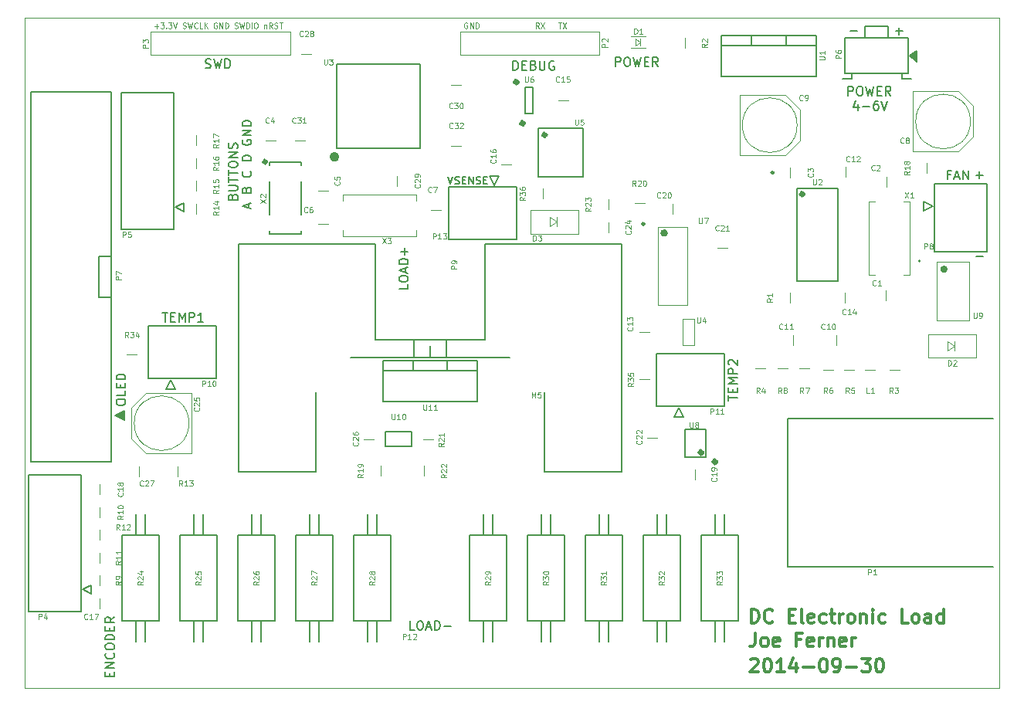
<source format=gto>
%FSLAX46Y46*%
G04 Gerber Fmt 4.6, Leading zero omitted, Abs format (unit mm)*
G04 Created by KiCad (PCBNEW (2014-09-25 BZR 5147)-product) date Tue 30 Sep 2014 08:55:43 AM EDT*
%MOMM*%
G01*
G04 APERTURE LIST*
%ADD10C,0.100000*%
%ADD11C,0.150000*%
%ADD12C,0.200000*%
%ADD13C,0.300000*%
%ADD14C,0.508000*%
%ADD15C,0.250000*%
%ADD16C,0.400000*%
%ADD17C,0.500000*%
G04 APERTURE END LIST*
D10*
D11*
X146398571Y-83472445D02*
X146665238Y-84272445D01*
X146931905Y-83472445D01*
X147160476Y-84234350D02*
X147274762Y-84272445D01*
X147465238Y-84272445D01*
X147541428Y-84234350D01*
X147579524Y-84196254D01*
X147617619Y-84120064D01*
X147617619Y-84043873D01*
X147579524Y-83967683D01*
X147541428Y-83929588D01*
X147465238Y-83891492D01*
X147312857Y-83853397D01*
X147236666Y-83815302D01*
X147198571Y-83777207D01*
X147160476Y-83701016D01*
X147160476Y-83624826D01*
X147198571Y-83548635D01*
X147236666Y-83510540D01*
X147312857Y-83472445D01*
X147503333Y-83472445D01*
X147617619Y-83510540D01*
X147960476Y-83853397D02*
X148227143Y-83853397D01*
X148341429Y-84272445D02*
X147960476Y-84272445D01*
X147960476Y-83472445D01*
X148341429Y-83472445D01*
X148684286Y-84272445D02*
X148684286Y-83472445D01*
X149141429Y-84272445D01*
X149141429Y-83472445D01*
X149484286Y-84234350D02*
X149598572Y-84272445D01*
X149789048Y-84272445D01*
X149865238Y-84234350D01*
X149903334Y-84196254D01*
X149941429Y-84120064D01*
X149941429Y-84043873D01*
X149903334Y-83967683D01*
X149865238Y-83929588D01*
X149789048Y-83891492D01*
X149636667Y-83853397D01*
X149560476Y-83815302D01*
X149522381Y-83777207D01*
X149484286Y-83701016D01*
X149484286Y-83624826D01*
X149522381Y-83548635D01*
X149560476Y-83510540D01*
X149636667Y-83472445D01*
X149827143Y-83472445D01*
X149941429Y-83510540D01*
X150284286Y-83853397D02*
X150550953Y-83853397D01*
X150665239Y-84272445D02*
X150284286Y-84272445D01*
X150284286Y-83472445D01*
X150665239Y-83472445D01*
D12*
X164760476Y-71362921D02*
X164760476Y-70362921D01*
X165141429Y-70362921D01*
X165236667Y-70410540D01*
X165284286Y-70458159D01*
X165331905Y-70553397D01*
X165331905Y-70696254D01*
X165284286Y-70791492D01*
X165236667Y-70839111D01*
X165141429Y-70886730D01*
X164760476Y-70886730D01*
X165950952Y-70362921D02*
X166141429Y-70362921D01*
X166236667Y-70410540D01*
X166331905Y-70505778D01*
X166379524Y-70696254D01*
X166379524Y-71029588D01*
X166331905Y-71220064D01*
X166236667Y-71315302D01*
X166141429Y-71362921D01*
X165950952Y-71362921D01*
X165855714Y-71315302D01*
X165760476Y-71220064D01*
X165712857Y-71029588D01*
X165712857Y-70696254D01*
X165760476Y-70505778D01*
X165855714Y-70410540D01*
X165950952Y-70362921D01*
X166712857Y-70362921D02*
X166950952Y-71362921D01*
X167141429Y-70648635D01*
X167331905Y-71362921D01*
X167570000Y-70362921D01*
X167950952Y-70839111D02*
X168284286Y-70839111D01*
X168427143Y-71362921D02*
X167950952Y-71362921D01*
X167950952Y-70362921D01*
X168427143Y-70362921D01*
X169427143Y-71362921D02*
X169093809Y-70886730D01*
X168855714Y-71362921D02*
X168855714Y-70362921D01*
X169236667Y-70362921D01*
X169331905Y-70410540D01*
X169379524Y-70458159D01*
X169427143Y-70553397D01*
X169427143Y-70696254D01*
X169379524Y-70791492D01*
X169331905Y-70839111D01*
X169236667Y-70886730D01*
X168855714Y-70886730D01*
D13*
X179555714Y-136431969D02*
X179627143Y-136360540D01*
X179770000Y-136289111D01*
X180127143Y-136289111D01*
X180270000Y-136360540D01*
X180341429Y-136431969D01*
X180412857Y-136574826D01*
X180412857Y-136717683D01*
X180341429Y-136931969D01*
X179484286Y-137789111D01*
X180412857Y-137789111D01*
X181341428Y-136289111D02*
X181484285Y-136289111D01*
X181627142Y-136360540D01*
X181698571Y-136431969D01*
X181770000Y-136574826D01*
X181841428Y-136860540D01*
X181841428Y-137217683D01*
X181770000Y-137503397D01*
X181698571Y-137646254D01*
X181627142Y-137717683D01*
X181484285Y-137789111D01*
X181341428Y-137789111D01*
X181198571Y-137717683D01*
X181127142Y-137646254D01*
X181055714Y-137503397D01*
X180984285Y-137217683D01*
X180984285Y-136860540D01*
X181055714Y-136574826D01*
X181127142Y-136431969D01*
X181198571Y-136360540D01*
X181341428Y-136289111D01*
X183269999Y-137789111D02*
X182412856Y-137789111D01*
X182841428Y-137789111D02*
X182841428Y-136289111D01*
X182698571Y-136503397D01*
X182555713Y-136646254D01*
X182412856Y-136717683D01*
X184555713Y-136789111D02*
X184555713Y-137789111D01*
X184198570Y-136217683D02*
X183841427Y-137289111D01*
X184769999Y-137289111D01*
X185341427Y-137217683D02*
X186484284Y-137217683D01*
X187484284Y-136289111D02*
X187627141Y-136289111D01*
X187769998Y-136360540D01*
X187841427Y-136431969D01*
X187912856Y-136574826D01*
X187984284Y-136860540D01*
X187984284Y-137217683D01*
X187912856Y-137503397D01*
X187841427Y-137646254D01*
X187769998Y-137717683D01*
X187627141Y-137789111D01*
X187484284Y-137789111D01*
X187341427Y-137717683D01*
X187269998Y-137646254D01*
X187198570Y-137503397D01*
X187127141Y-137217683D01*
X187127141Y-136860540D01*
X187198570Y-136574826D01*
X187269998Y-136431969D01*
X187341427Y-136360540D01*
X187484284Y-136289111D01*
X188698569Y-137789111D02*
X188984284Y-137789111D01*
X189127141Y-137717683D01*
X189198569Y-137646254D01*
X189341427Y-137431969D01*
X189412855Y-137146254D01*
X189412855Y-136574826D01*
X189341427Y-136431969D01*
X189269998Y-136360540D01*
X189127141Y-136289111D01*
X188841427Y-136289111D01*
X188698569Y-136360540D01*
X188627141Y-136431969D01*
X188555712Y-136574826D01*
X188555712Y-136931969D01*
X188627141Y-137074826D01*
X188698569Y-137146254D01*
X188841427Y-137217683D01*
X189127141Y-137217683D01*
X189269998Y-137146254D01*
X189341427Y-137074826D01*
X189412855Y-136931969D01*
X190055712Y-137217683D02*
X191198569Y-137217683D01*
X191769998Y-136289111D02*
X192698569Y-136289111D01*
X192198569Y-136860540D01*
X192412855Y-136860540D01*
X192555712Y-136931969D01*
X192627141Y-137003397D01*
X192698569Y-137146254D01*
X192698569Y-137503397D01*
X192627141Y-137646254D01*
X192555712Y-137717683D01*
X192412855Y-137789111D01*
X191984283Y-137789111D01*
X191841426Y-137717683D01*
X191769998Y-137646254D01*
X193627140Y-136289111D02*
X193769997Y-136289111D01*
X193912854Y-136360540D01*
X193984283Y-136431969D01*
X194055712Y-136574826D01*
X194127140Y-136860540D01*
X194127140Y-137217683D01*
X194055712Y-137503397D01*
X193984283Y-137646254D01*
X193912854Y-137717683D01*
X193769997Y-137789111D01*
X193627140Y-137789111D01*
X193484283Y-137717683D01*
X193412854Y-137646254D01*
X193341426Y-137503397D01*
X193269997Y-137217683D01*
X193269997Y-136860540D01*
X193341426Y-136574826D01*
X193412854Y-136431969D01*
X193484283Y-136360540D01*
X193627140Y-136289111D01*
X180055714Y-133489111D02*
X180055714Y-134560540D01*
X179984286Y-134774826D01*
X179841429Y-134917683D01*
X179627143Y-134989111D01*
X179484286Y-134989111D01*
X180984286Y-134989111D02*
X180841428Y-134917683D01*
X180770000Y-134846254D01*
X180698571Y-134703397D01*
X180698571Y-134274826D01*
X180770000Y-134131969D01*
X180841428Y-134060540D01*
X180984286Y-133989111D01*
X181198571Y-133989111D01*
X181341428Y-134060540D01*
X181412857Y-134131969D01*
X181484286Y-134274826D01*
X181484286Y-134703397D01*
X181412857Y-134846254D01*
X181341428Y-134917683D01*
X181198571Y-134989111D01*
X180984286Y-134989111D01*
X182698571Y-134917683D02*
X182555714Y-134989111D01*
X182270000Y-134989111D01*
X182127143Y-134917683D01*
X182055714Y-134774826D01*
X182055714Y-134203397D01*
X182127143Y-134060540D01*
X182270000Y-133989111D01*
X182555714Y-133989111D01*
X182698571Y-134060540D01*
X182770000Y-134203397D01*
X182770000Y-134346254D01*
X182055714Y-134489111D01*
X185055714Y-134203397D02*
X184555714Y-134203397D01*
X184555714Y-134989111D02*
X184555714Y-133489111D01*
X185270000Y-133489111D01*
X186412856Y-134917683D02*
X186269999Y-134989111D01*
X185984285Y-134989111D01*
X185841428Y-134917683D01*
X185769999Y-134774826D01*
X185769999Y-134203397D01*
X185841428Y-134060540D01*
X185984285Y-133989111D01*
X186269999Y-133989111D01*
X186412856Y-134060540D01*
X186484285Y-134203397D01*
X186484285Y-134346254D01*
X185769999Y-134489111D01*
X187127142Y-134989111D02*
X187127142Y-133989111D01*
X187127142Y-134274826D02*
X187198570Y-134131969D01*
X187269999Y-134060540D01*
X187412856Y-133989111D01*
X187555713Y-133989111D01*
X188055713Y-133989111D02*
X188055713Y-134989111D01*
X188055713Y-134131969D02*
X188127141Y-134060540D01*
X188269999Y-133989111D01*
X188484284Y-133989111D01*
X188627141Y-134060540D01*
X188698570Y-134203397D01*
X188698570Y-134989111D01*
X189984284Y-134917683D02*
X189841427Y-134989111D01*
X189555713Y-134989111D01*
X189412856Y-134917683D01*
X189341427Y-134774826D01*
X189341427Y-134203397D01*
X189412856Y-134060540D01*
X189555713Y-133989111D01*
X189841427Y-133989111D01*
X189984284Y-134060540D01*
X190055713Y-134203397D01*
X190055713Y-134346254D01*
X189341427Y-134489111D01*
X190698570Y-134989111D02*
X190698570Y-133989111D01*
X190698570Y-134274826D02*
X190769998Y-134131969D01*
X190841427Y-134060540D01*
X190984284Y-133989111D01*
X191127141Y-133989111D01*
X179627143Y-132389111D02*
X179627143Y-130889111D01*
X179984286Y-130889111D01*
X180198571Y-130960540D01*
X180341429Y-131103397D01*
X180412857Y-131246254D01*
X180484286Y-131531969D01*
X180484286Y-131746254D01*
X180412857Y-132031969D01*
X180341429Y-132174826D01*
X180198571Y-132317683D01*
X179984286Y-132389111D01*
X179627143Y-132389111D01*
X181984286Y-132246254D02*
X181912857Y-132317683D01*
X181698571Y-132389111D01*
X181555714Y-132389111D01*
X181341429Y-132317683D01*
X181198571Y-132174826D01*
X181127143Y-132031969D01*
X181055714Y-131746254D01*
X181055714Y-131531969D01*
X181127143Y-131246254D01*
X181198571Y-131103397D01*
X181341429Y-130960540D01*
X181555714Y-130889111D01*
X181698571Y-130889111D01*
X181912857Y-130960540D01*
X181984286Y-131031969D01*
X183770000Y-131603397D02*
X184270000Y-131603397D01*
X184484286Y-132389111D02*
X183770000Y-132389111D01*
X183770000Y-130889111D01*
X184484286Y-130889111D01*
X185341429Y-132389111D02*
X185198571Y-132317683D01*
X185127143Y-132174826D01*
X185127143Y-130889111D01*
X186484285Y-132317683D02*
X186341428Y-132389111D01*
X186055714Y-132389111D01*
X185912857Y-132317683D01*
X185841428Y-132174826D01*
X185841428Y-131603397D01*
X185912857Y-131460540D01*
X186055714Y-131389111D01*
X186341428Y-131389111D01*
X186484285Y-131460540D01*
X186555714Y-131603397D01*
X186555714Y-131746254D01*
X185841428Y-131889111D01*
X187841428Y-132317683D02*
X187698571Y-132389111D01*
X187412857Y-132389111D01*
X187269999Y-132317683D01*
X187198571Y-132246254D01*
X187127142Y-132103397D01*
X187127142Y-131674826D01*
X187198571Y-131531969D01*
X187269999Y-131460540D01*
X187412857Y-131389111D01*
X187698571Y-131389111D01*
X187841428Y-131460540D01*
X188269999Y-131389111D02*
X188841428Y-131389111D01*
X188484285Y-130889111D02*
X188484285Y-132174826D01*
X188555713Y-132317683D01*
X188698571Y-132389111D01*
X188841428Y-132389111D01*
X189341428Y-132389111D02*
X189341428Y-131389111D01*
X189341428Y-131674826D02*
X189412856Y-131531969D01*
X189484285Y-131460540D01*
X189627142Y-131389111D01*
X189769999Y-131389111D01*
X190484285Y-132389111D02*
X190341427Y-132317683D01*
X190269999Y-132246254D01*
X190198570Y-132103397D01*
X190198570Y-131674826D01*
X190269999Y-131531969D01*
X190341427Y-131460540D01*
X190484285Y-131389111D01*
X190698570Y-131389111D01*
X190841427Y-131460540D01*
X190912856Y-131531969D01*
X190984285Y-131674826D01*
X190984285Y-132103397D01*
X190912856Y-132246254D01*
X190841427Y-132317683D01*
X190698570Y-132389111D01*
X190484285Y-132389111D01*
X191627142Y-131389111D02*
X191627142Y-132389111D01*
X191627142Y-131531969D02*
X191698570Y-131460540D01*
X191841428Y-131389111D01*
X192055713Y-131389111D01*
X192198570Y-131460540D01*
X192269999Y-131603397D01*
X192269999Y-132389111D01*
X192984285Y-132389111D02*
X192984285Y-131389111D01*
X192984285Y-130889111D02*
X192912856Y-130960540D01*
X192984285Y-131031969D01*
X193055713Y-130960540D01*
X192984285Y-130889111D01*
X192984285Y-131031969D01*
X194341428Y-132317683D02*
X194198571Y-132389111D01*
X193912857Y-132389111D01*
X193769999Y-132317683D01*
X193698571Y-132246254D01*
X193627142Y-132103397D01*
X193627142Y-131674826D01*
X193698571Y-131531969D01*
X193769999Y-131460540D01*
X193912857Y-131389111D01*
X194198571Y-131389111D01*
X194341428Y-131460540D01*
X196841428Y-132389111D02*
X196127142Y-132389111D01*
X196127142Y-130889111D01*
X197555714Y-132389111D02*
X197412856Y-132317683D01*
X197341428Y-132246254D01*
X197269999Y-132103397D01*
X197269999Y-131674826D01*
X197341428Y-131531969D01*
X197412856Y-131460540D01*
X197555714Y-131389111D01*
X197769999Y-131389111D01*
X197912856Y-131460540D01*
X197984285Y-131531969D01*
X198055714Y-131674826D01*
X198055714Y-132103397D01*
X197984285Y-132246254D01*
X197912856Y-132317683D01*
X197769999Y-132389111D01*
X197555714Y-132389111D01*
X199341428Y-132389111D02*
X199341428Y-131603397D01*
X199269999Y-131460540D01*
X199127142Y-131389111D01*
X198841428Y-131389111D01*
X198698571Y-131460540D01*
X199341428Y-132317683D02*
X199198571Y-132389111D01*
X198841428Y-132389111D01*
X198698571Y-132317683D01*
X198627142Y-132174826D01*
X198627142Y-132031969D01*
X198698571Y-131889111D01*
X198841428Y-131817683D01*
X199198571Y-131817683D01*
X199341428Y-131746254D01*
X200698571Y-132389111D02*
X200698571Y-130889111D01*
X200698571Y-132317683D02*
X200555714Y-132389111D01*
X200270000Y-132389111D01*
X200127142Y-132317683D01*
X200055714Y-132246254D01*
X199984285Y-132103397D01*
X199984285Y-131674826D01*
X200055714Y-131531969D01*
X200127142Y-131460540D01*
X200270000Y-131389111D01*
X200555714Y-131389111D01*
X200698571Y-131460540D01*
D12*
X142708096Y-133162921D02*
X142231905Y-133162921D01*
X142231905Y-132162921D01*
X143231905Y-132162921D02*
X143422382Y-132162921D01*
X143517620Y-132210540D01*
X143612858Y-132305778D01*
X143660477Y-132496254D01*
X143660477Y-132829588D01*
X143612858Y-133020064D01*
X143517620Y-133115302D01*
X143422382Y-133162921D01*
X143231905Y-133162921D01*
X143136667Y-133115302D01*
X143041429Y-133020064D01*
X142993810Y-132829588D01*
X142993810Y-132496254D01*
X143041429Y-132305778D01*
X143136667Y-132210540D01*
X143231905Y-132162921D01*
X144041429Y-132877207D02*
X144517620Y-132877207D01*
X143946191Y-133162921D02*
X144279524Y-132162921D01*
X144612858Y-133162921D01*
X144946191Y-133162921D02*
X144946191Y-132162921D01*
X145184286Y-132162921D01*
X145327144Y-132210540D01*
X145422382Y-132305778D01*
X145470001Y-132401016D01*
X145517620Y-132591492D01*
X145517620Y-132734350D01*
X145470001Y-132924826D01*
X145422382Y-133020064D01*
X145327144Y-133115302D01*
X145184286Y-133162921D01*
X144946191Y-133162921D01*
X145946191Y-132781969D02*
X146708096Y-132781969D01*
D10*
X156369999Y-67181969D02*
X156169999Y-66896254D01*
X156027142Y-67181969D02*
X156027142Y-66581969D01*
X156255714Y-66581969D01*
X156312856Y-66610540D01*
X156341428Y-66639111D01*
X156369999Y-66696254D01*
X156369999Y-66781969D01*
X156341428Y-66839111D01*
X156312856Y-66867683D01*
X156255714Y-66896254D01*
X156027142Y-66896254D01*
X156569999Y-66581969D02*
X156969999Y-67181969D01*
X156969999Y-66581969D02*
X156569999Y-67181969D01*
X158484286Y-66581969D02*
X158827143Y-66581969D01*
X158655714Y-67181969D02*
X158655714Y-66581969D01*
X158970000Y-66581969D02*
X159370000Y-67181969D01*
X159370000Y-66581969D02*
X158970000Y-67181969D01*
X148512858Y-66610540D02*
X148455715Y-66581969D01*
X148370001Y-66581969D01*
X148284286Y-66610540D01*
X148227144Y-66667683D01*
X148198572Y-66724826D01*
X148170001Y-66839111D01*
X148170001Y-66924826D01*
X148198572Y-67039111D01*
X148227144Y-67096254D01*
X148284286Y-67153397D01*
X148370001Y-67181969D01*
X148427144Y-67181969D01*
X148512858Y-67153397D01*
X148541429Y-67124826D01*
X148541429Y-66924826D01*
X148427144Y-66924826D01*
X148798572Y-67181969D02*
X148798572Y-66581969D01*
X149141429Y-67181969D01*
X149141429Y-66581969D01*
X149427143Y-67181969D02*
X149427143Y-66581969D01*
X149570000Y-66581969D01*
X149655715Y-66610540D01*
X149712857Y-66667683D01*
X149741429Y-66724826D01*
X149770000Y-66839111D01*
X149770000Y-66924826D01*
X149741429Y-67039111D01*
X149712857Y-67096254D01*
X149655715Y-67153397D01*
X149570000Y-67181969D01*
X149427143Y-67181969D01*
D12*
X153531905Y-71762921D02*
X153531905Y-70762921D01*
X153770000Y-70762921D01*
X153912858Y-70810540D01*
X154008096Y-70905778D01*
X154055715Y-71001016D01*
X154103334Y-71191492D01*
X154103334Y-71334350D01*
X154055715Y-71524826D01*
X154008096Y-71620064D01*
X153912858Y-71715302D01*
X153770000Y-71762921D01*
X153531905Y-71762921D01*
X154531905Y-71239111D02*
X154865239Y-71239111D01*
X155008096Y-71762921D02*
X154531905Y-71762921D01*
X154531905Y-70762921D01*
X155008096Y-70762921D01*
X155770001Y-71239111D02*
X155912858Y-71286730D01*
X155960477Y-71334350D01*
X156008096Y-71429588D01*
X156008096Y-71572445D01*
X155960477Y-71667683D01*
X155912858Y-71715302D01*
X155817620Y-71762921D01*
X155436667Y-71762921D01*
X155436667Y-70762921D01*
X155770001Y-70762921D01*
X155865239Y-70810540D01*
X155912858Y-70858159D01*
X155960477Y-70953397D01*
X155960477Y-71048635D01*
X155912858Y-71143873D01*
X155865239Y-71191492D01*
X155770001Y-71239111D01*
X155436667Y-71239111D01*
X156436667Y-70762921D02*
X156436667Y-71572445D01*
X156484286Y-71667683D01*
X156531905Y-71715302D01*
X156627143Y-71762921D01*
X156817620Y-71762921D01*
X156912858Y-71715302D01*
X156960477Y-71667683D01*
X157008096Y-71572445D01*
X157008096Y-70762921D01*
X158008096Y-70810540D02*
X157912858Y-70762921D01*
X157770001Y-70762921D01*
X157627143Y-70810540D01*
X157531905Y-70905778D01*
X157484286Y-71001016D01*
X157436667Y-71191492D01*
X157436667Y-71334350D01*
X157484286Y-71524826D01*
X157531905Y-71620064D01*
X157627143Y-71715302D01*
X157770001Y-71762921D01*
X157865239Y-71762921D01*
X158008096Y-71715302D01*
X158055715Y-71667683D01*
X158055715Y-71334350D01*
X157865239Y-71334350D01*
D10*
X114198571Y-66953397D02*
X114655714Y-66953397D01*
X114427143Y-67181969D02*
X114427143Y-66724826D01*
X114884285Y-66581969D02*
X115255714Y-66581969D01*
X115055714Y-66810540D01*
X115141428Y-66810540D01*
X115198571Y-66839111D01*
X115227142Y-66867683D01*
X115255714Y-66924826D01*
X115255714Y-67067683D01*
X115227142Y-67124826D01*
X115198571Y-67153397D01*
X115141428Y-67181969D01*
X114970000Y-67181969D01*
X114912857Y-67153397D01*
X114884285Y-67124826D01*
X115512857Y-67124826D02*
X115541429Y-67153397D01*
X115512857Y-67181969D01*
X115484286Y-67153397D01*
X115512857Y-67124826D01*
X115512857Y-67181969D01*
X115741428Y-66581969D02*
X116112857Y-66581969D01*
X115912857Y-66810540D01*
X115998571Y-66810540D01*
X116055714Y-66839111D01*
X116084285Y-66867683D01*
X116112857Y-66924826D01*
X116112857Y-67067683D01*
X116084285Y-67124826D01*
X116055714Y-67153397D01*
X115998571Y-67181969D01*
X115827143Y-67181969D01*
X115770000Y-67153397D01*
X115741428Y-67124826D01*
X116284286Y-66581969D02*
X116484286Y-67181969D01*
X116684286Y-66581969D01*
X117312858Y-67153397D02*
X117398572Y-67181969D01*
X117541429Y-67181969D01*
X117598572Y-67153397D01*
X117627143Y-67124826D01*
X117655715Y-67067683D01*
X117655715Y-67010540D01*
X117627143Y-66953397D01*
X117598572Y-66924826D01*
X117541429Y-66896254D01*
X117427143Y-66867683D01*
X117370001Y-66839111D01*
X117341429Y-66810540D01*
X117312858Y-66753397D01*
X117312858Y-66696254D01*
X117341429Y-66639111D01*
X117370001Y-66610540D01*
X117427143Y-66581969D01*
X117570001Y-66581969D01*
X117655715Y-66610540D01*
X117855715Y-66581969D02*
X117998572Y-67181969D01*
X118112858Y-66753397D01*
X118227144Y-67181969D01*
X118370001Y-66581969D01*
X118941429Y-67124826D02*
X118912858Y-67153397D01*
X118827144Y-67181969D01*
X118770001Y-67181969D01*
X118684286Y-67153397D01*
X118627144Y-67096254D01*
X118598572Y-67039111D01*
X118570001Y-66924826D01*
X118570001Y-66839111D01*
X118598572Y-66724826D01*
X118627144Y-66667683D01*
X118684286Y-66610540D01*
X118770001Y-66581969D01*
X118827144Y-66581969D01*
X118912858Y-66610540D01*
X118941429Y-66639111D01*
X119484286Y-67181969D02*
X119198572Y-67181969D01*
X119198572Y-66581969D01*
X119684286Y-67181969D02*
X119684286Y-66581969D01*
X120027143Y-67181969D02*
X119770000Y-66839111D01*
X120027143Y-66581969D02*
X119684286Y-66924826D01*
X121055715Y-66610540D02*
X120998572Y-66581969D01*
X120912858Y-66581969D01*
X120827143Y-66610540D01*
X120770001Y-66667683D01*
X120741429Y-66724826D01*
X120712858Y-66839111D01*
X120712858Y-66924826D01*
X120741429Y-67039111D01*
X120770001Y-67096254D01*
X120827143Y-67153397D01*
X120912858Y-67181969D01*
X120970001Y-67181969D01*
X121055715Y-67153397D01*
X121084286Y-67124826D01*
X121084286Y-66924826D01*
X120970001Y-66924826D01*
X121341429Y-67181969D02*
X121341429Y-66581969D01*
X121684286Y-67181969D01*
X121684286Y-66581969D01*
X121970000Y-67181969D02*
X121970000Y-66581969D01*
X122112857Y-66581969D01*
X122198572Y-66610540D01*
X122255714Y-66667683D01*
X122284286Y-66724826D01*
X122312857Y-66839111D01*
X122312857Y-66924826D01*
X122284286Y-67039111D01*
X122255714Y-67096254D01*
X122198572Y-67153397D01*
X122112857Y-67181969D01*
X121970000Y-67181969D01*
X122998572Y-67153397D02*
X123084286Y-67181969D01*
X123227143Y-67181969D01*
X123284286Y-67153397D01*
X123312857Y-67124826D01*
X123341429Y-67067683D01*
X123341429Y-67010540D01*
X123312857Y-66953397D01*
X123284286Y-66924826D01*
X123227143Y-66896254D01*
X123112857Y-66867683D01*
X123055715Y-66839111D01*
X123027143Y-66810540D01*
X122998572Y-66753397D01*
X122998572Y-66696254D01*
X123027143Y-66639111D01*
X123055715Y-66610540D01*
X123112857Y-66581969D01*
X123255715Y-66581969D01*
X123341429Y-66610540D01*
X123541429Y-66581969D02*
X123684286Y-67181969D01*
X123798572Y-66753397D01*
X123912858Y-67181969D01*
X124055715Y-66581969D01*
X124284286Y-67181969D02*
X124284286Y-66581969D01*
X124427143Y-66581969D01*
X124512858Y-66610540D01*
X124570000Y-66667683D01*
X124598572Y-66724826D01*
X124627143Y-66839111D01*
X124627143Y-66924826D01*
X124598572Y-67039111D01*
X124570000Y-67096254D01*
X124512858Y-67153397D01*
X124427143Y-67181969D01*
X124284286Y-67181969D01*
X124884286Y-67181969D02*
X124884286Y-66581969D01*
X125284286Y-66581969D02*
X125398572Y-66581969D01*
X125455714Y-66610540D01*
X125512857Y-66667683D01*
X125541429Y-66781969D01*
X125541429Y-66981969D01*
X125512857Y-67096254D01*
X125455714Y-67153397D01*
X125398572Y-67181969D01*
X125284286Y-67181969D01*
X125227143Y-67153397D01*
X125170000Y-67096254D01*
X125141429Y-66981969D01*
X125141429Y-66781969D01*
X125170000Y-66667683D01*
X125227143Y-66610540D01*
X125284286Y-66581969D01*
X126255714Y-66781969D02*
X126255714Y-67181969D01*
X126255714Y-66839111D02*
X126284286Y-66810540D01*
X126341428Y-66781969D01*
X126427143Y-66781969D01*
X126484286Y-66810540D01*
X126512857Y-66867683D01*
X126512857Y-67181969D01*
X127141428Y-67181969D02*
X126941428Y-66896254D01*
X126798571Y-67181969D02*
X126798571Y-66581969D01*
X127027143Y-66581969D01*
X127084285Y-66610540D01*
X127112857Y-66639111D01*
X127141428Y-66696254D01*
X127141428Y-66781969D01*
X127112857Y-66839111D01*
X127084285Y-66867683D01*
X127027143Y-66896254D01*
X126798571Y-66896254D01*
X127370000Y-67153397D02*
X127455714Y-67181969D01*
X127598571Y-67181969D01*
X127655714Y-67153397D01*
X127684285Y-67124826D01*
X127712857Y-67067683D01*
X127712857Y-67010540D01*
X127684285Y-66953397D01*
X127655714Y-66924826D01*
X127598571Y-66896254D01*
X127484285Y-66867683D01*
X127427143Y-66839111D01*
X127398571Y-66810540D01*
X127370000Y-66753397D01*
X127370000Y-66696254D01*
X127398571Y-66639111D01*
X127427143Y-66610540D01*
X127484285Y-66581969D01*
X127627143Y-66581969D01*
X127712857Y-66610540D01*
X127884286Y-66581969D02*
X128227143Y-66581969D01*
X128055714Y-67181969D02*
X128055714Y-66581969D01*
D12*
X119812857Y-71515302D02*
X119955714Y-71562921D01*
X120193810Y-71562921D01*
X120289048Y-71515302D01*
X120336667Y-71467683D01*
X120384286Y-71372445D01*
X120384286Y-71277207D01*
X120336667Y-71181969D01*
X120289048Y-71134350D01*
X120193810Y-71086730D01*
X120003333Y-71039111D01*
X119908095Y-70991492D01*
X119860476Y-70943873D01*
X119812857Y-70848635D01*
X119812857Y-70753397D01*
X119860476Y-70658159D01*
X119908095Y-70610540D01*
X120003333Y-70562921D01*
X120241429Y-70562921D01*
X120384286Y-70610540D01*
X120717619Y-70562921D02*
X120955714Y-71562921D01*
X121146191Y-70848635D01*
X121336667Y-71562921D01*
X121574762Y-70562921D01*
X121955714Y-71562921D02*
X121955714Y-70562921D01*
X122193809Y-70562921D01*
X122336667Y-70610540D01*
X122431905Y-70705778D01*
X122479524Y-70801016D01*
X122527143Y-70991492D01*
X122527143Y-71134350D01*
X122479524Y-71324826D01*
X122431905Y-71420064D01*
X122336667Y-71515302D01*
X122193809Y-71562921D01*
X121955714Y-71562921D01*
X204289048Y-92181969D02*
X205050953Y-92181969D01*
X204289048Y-83281969D02*
X205050953Y-83281969D01*
X204670001Y-83662921D02*
X204670001Y-82901016D01*
X201460477Y-83239111D02*
X201127143Y-83239111D01*
X201127143Y-83762921D02*
X201127143Y-82762921D01*
X201603334Y-82762921D01*
X201936667Y-83477207D02*
X202412858Y-83477207D01*
X201841429Y-83762921D02*
X202174762Y-82762921D01*
X202508096Y-83762921D01*
X202841429Y-83762921D02*
X202841429Y-82762921D01*
X203412858Y-83762921D01*
X203412858Y-82762921D01*
X109298571Y-138224826D02*
X109298571Y-137891492D01*
X109822381Y-137748635D02*
X109822381Y-138224826D01*
X108822381Y-138224826D01*
X108822381Y-137748635D01*
X109822381Y-137320064D02*
X108822381Y-137320064D01*
X109822381Y-136748635D01*
X108822381Y-136748635D01*
X109727143Y-135701016D02*
X109774762Y-135748635D01*
X109822381Y-135891492D01*
X109822381Y-135986730D01*
X109774762Y-136129588D01*
X109679524Y-136224826D01*
X109584286Y-136272445D01*
X109393810Y-136320064D01*
X109250952Y-136320064D01*
X109060476Y-136272445D01*
X108965238Y-136224826D01*
X108870000Y-136129588D01*
X108822381Y-135986730D01*
X108822381Y-135891492D01*
X108870000Y-135748635D01*
X108917619Y-135701016D01*
X108822381Y-135081969D02*
X108822381Y-134891492D01*
X108870000Y-134796254D01*
X108965238Y-134701016D01*
X109155714Y-134653397D01*
X109489048Y-134653397D01*
X109679524Y-134701016D01*
X109774762Y-134796254D01*
X109822381Y-134891492D01*
X109822381Y-135081969D01*
X109774762Y-135177207D01*
X109679524Y-135272445D01*
X109489048Y-135320064D01*
X109155714Y-135320064D01*
X108965238Y-135272445D01*
X108870000Y-135177207D01*
X108822381Y-135081969D01*
X109822381Y-134224826D02*
X108822381Y-134224826D01*
X108822381Y-133986731D01*
X108870000Y-133843873D01*
X108965238Y-133748635D01*
X109060476Y-133701016D01*
X109250952Y-133653397D01*
X109393810Y-133653397D01*
X109584286Y-133701016D01*
X109679524Y-133748635D01*
X109774762Y-133843873D01*
X109822381Y-133986731D01*
X109822381Y-134224826D01*
X109298571Y-133224826D02*
X109298571Y-132891492D01*
X109822381Y-132748635D02*
X109822381Y-133224826D01*
X108822381Y-133224826D01*
X108822381Y-132748635D01*
X109822381Y-131748635D02*
X109346190Y-132081969D01*
X109822381Y-132320064D02*
X108822381Y-132320064D01*
X108822381Y-131939111D01*
X108870000Y-131843873D01*
X108917619Y-131796254D01*
X109012857Y-131748635D01*
X109155714Y-131748635D01*
X109250952Y-131796254D01*
X109298571Y-131843873D01*
X109346190Y-131939111D01*
X109346190Y-132320064D01*
X142022381Y-95272444D02*
X142022381Y-95748635D01*
X141022381Y-95748635D01*
X141022381Y-94748635D02*
X141022381Y-94558158D01*
X141070000Y-94462920D01*
X141165238Y-94367682D01*
X141355714Y-94320063D01*
X141689048Y-94320063D01*
X141879524Y-94367682D01*
X141974762Y-94462920D01*
X142022381Y-94558158D01*
X142022381Y-94748635D01*
X141974762Y-94843873D01*
X141879524Y-94939111D01*
X141689048Y-94986730D01*
X141355714Y-94986730D01*
X141165238Y-94939111D01*
X141070000Y-94843873D01*
X141022381Y-94748635D01*
X141736667Y-93939111D02*
X141736667Y-93462920D01*
X142022381Y-94034349D02*
X141022381Y-93701016D01*
X142022381Y-93367682D01*
X142022381Y-93034349D02*
X141022381Y-93034349D01*
X141022381Y-92796254D01*
X141070000Y-92653396D01*
X141165238Y-92558158D01*
X141260476Y-92510539D01*
X141450952Y-92462920D01*
X141593810Y-92462920D01*
X141784286Y-92510539D01*
X141879524Y-92558158D01*
X141974762Y-92653396D01*
X142022381Y-92796254D01*
X142022381Y-93034349D01*
X141641429Y-92034349D02*
X141641429Y-91272444D01*
X142022381Y-91653396D02*
X141260476Y-91653396D01*
X177122381Y-107996254D02*
X177122381Y-107424825D01*
X178122381Y-107710540D02*
X177122381Y-107710540D01*
X177598571Y-107091492D02*
X177598571Y-106758158D01*
X178122381Y-106615301D02*
X178122381Y-107091492D01*
X177122381Y-107091492D01*
X177122381Y-106615301D01*
X178122381Y-106186730D02*
X177122381Y-106186730D01*
X177836667Y-105853396D01*
X177122381Y-105520063D01*
X178122381Y-105520063D01*
X178122381Y-105043873D02*
X177122381Y-105043873D01*
X177122381Y-104662920D01*
X177170000Y-104567682D01*
X177217619Y-104520063D01*
X177312857Y-104472444D01*
X177455714Y-104472444D01*
X177550952Y-104520063D01*
X177598571Y-104567682D01*
X177646190Y-104662920D01*
X177646190Y-105043873D01*
X177217619Y-104091492D02*
X177170000Y-104043873D01*
X177122381Y-103948635D01*
X177122381Y-103710539D01*
X177170000Y-103615301D01*
X177217619Y-103567682D01*
X177312857Y-103520063D01*
X177408095Y-103520063D01*
X177550952Y-103567682D01*
X178122381Y-104139111D01*
X178122381Y-103520063D01*
X115084286Y-98362921D02*
X115655715Y-98362921D01*
X115370000Y-99362921D02*
X115370000Y-98362921D01*
X115989048Y-98839111D02*
X116322382Y-98839111D01*
X116465239Y-99362921D02*
X115989048Y-99362921D01*
X115989048Y-98362921D01*
X116465239Y-98362921D01*
X116893810Y-99362921D02*
X116893810Y-98362921D01*
X117227144Y-99077207D01*
X117560477Y-98362921D01*
X117560477Y-99362921D01*
X118036667Y-99362921D02*
X118036667Y-98362921D01*
X118417620Y-98362921D01*
X118512858Y-98410540D01*
X118560477Y-98458159D01*
X118608096Y-98553397D01*
X118608096Y-98696254D01*
X118560477Y-98791492D01*
X118512858Y-98839111D01*
X118417620Y-98886730D01*
X118036667Y-98886730D01*
X119560477Y-99362921D02*
X118989048Y-99362921D01*
X119274762Y-99362921D02*
X119274762Y-98362921D01*
X119179524Y-98505778D01*
X119084286Y-98601016D01*
X118989048Y-98648635D01*
X110022381Y-108262921D02*
X110022381Y-108072444D01*
X110070000Y-107977206D01*
X110165238Y-107881968D01*
X110355714Y-107834349D01*
X110689048Y-107834349D01*
X110879524Y-107881968D01*
X110974762Y-107977206D01*
X111022381Y-108072444D01*
X111022381Y-108262921D01*
X110974762Y-108358159D01*
X110879524Y-108453397D01*
X110689048Y-108501016D01*
X110355714Y-108501016D01*
X110165238Y-108453397D01*
X110070000Y-108358159D01*
X110022381Y-108262921D01*
X111022381Y-106929587D02*
X111022381Y-107405778D01*
X110022381Y-107405778D01*
X110498571Y-106596254D02*
X110498571Y-106262920D01*
X111022381Y-106120063D02*
X111022381Y-106596254D01*
X110022381Y-106596254D01*
X110022381Y-106120063D01*
X111022381Y-105691492D02*
X110022381Y-105691492D01*
X110022381Y-105453397D01*
X110070000Y-105310539D01*
X110165238Y-105215301D01*
X110260476Y-105167682D01*
X110450952Y-105120063D01*
X110593810Y-105120063D01*
X110784286Y-105167682D01*
X110879524Y-105215301D01*
X110974762Y-105310539D01*
X111022381Y-105453397D01*
X111022381Y-105691492D01*
X124536667Y-86896255D02*
X124536667Y-86420064D01*
X124822381Y-86991493D02*
X123822381Y-86658160D01*
X124822381Y-86324826D01*
X124298571Y-84896254D02*
X124346190Y-84753397D01*
X124393810Y-84705778D01*
X124489048Y-84658159D01*
X124631905Y-84658159D01*
X124727143Y-84705778D01*
X124774762Y-84753397D01*
X124822381Y-84848635D01*
X124822381Y-85229588D01*
X123822381Y-85229588D01*
X123822381Y-84896254D01*
X123870000Y-84801016D01*
X123917619Y-84753397D01*
X124012857Y-84705778D01*
X124108095Y-84705778D01*
X124203333Y-84753397D01*
X124250952Y-84801016D01*
X124298571Y-84896254D01*
X124298571Y-85229588D01*
X124727143Y-82896254D02*
X124774762Y-82943873D01*
X124822381Y-83086730D01*
X124822381Y-83181968D01*
X124774762Y-83324826D01*
X124679524Y-83420064D01*
X124584286Y-83467683D01*
X124393810Y-83515302D01*
X124250952Y-83515302D01*
X124060476Y-83467683D01*
X123965238Y-83420064D01*
X123870000Y-83324826D01*
X123822381Y-83181968D01*
X123822381Y-83086730D01*
X123870000Y-82943873D01*
X123917619Y-82896254D01*
X124822381Y-81705778D02*
X123822381Y-81705778D01*
X123822381Y-81467683D01*
X123870000Y-81324825D01*
X123965238Y-81229587D01*
X124060476Y-81181968D01*
X124250952Y-81134349D01*
X124393810Y-81134349D01*
X124584286Y-81181968D01*
X124679524Y-81229587D01*
X124774762Y-81324825D01*
X124822381Y-81467683D01*
X124822381Y-81705778D01*
X123870000Y-79420063D02*
X123822381Y-79515301D01*
X123822381Y-79658158D01*
X123870000Y-79801016D01*
X123965238Y-79896254D01*
X124060476Y-79943873D01*
X124250952Y-79991492D01*
X124393810Y-79991492D01*
X124584286Y-79943873D01*
X124679524Y-79896254D01*
X124774762Y-79801016D01*
X124822381Y-79658158D01*
X124822381Y-79562920D01*
X124774762Y-79420063D01*
X124727143Y-79372444D01*
X124393810Y-79372444D01*
X124393810Y-79562920D01*
X124822381Y-78943873D02*
X123822381Y-78943873D01*
X124822381Y-78372444D01*
X123822381Y-78372444D01*
X124822381Y-77896254D02*
X123822381Y-77896254D01*
X123822381Y-77658159D01*
X123870000Y-77515301D01*
X123965238Y-77420063D01*
X124060476Y-77372444D01*
X124250952Y-77324825D01*
X124393810Y-77324825D01*
X124584286Y-77372444D01*
X124679524Y-77420063D01*
X124774762Y-77515301D01*
X124822381Y-77658159D01*
X124822381Y-77896254D01*
X122798571Y-85648635D02*
X122846190Y-85505778D01*
X122893810Y-85458159D01*
X122989048Y-85410540D01*
X123131905Y-85410540D01*
X123227143Y-85458159D01*
X123274762Y-85505778D01*
X123322381Y-85601016D01*
X123322381Y-85981969D01*
X122322381Y-85981969D01*
X122322381Y-85648635D01*
X122370000Y-85553397D01*
X122417619Y-85505778D01*
X122512857Y-85458159D01*
X122608095Y-85458159D01*
X122703333Y-85505778D01*
X122750952Y-85553397D01*
X122798571Y-85648635D01*
X122798571Y-85981969D01*
X122322381Y-84981969D02*
X123131905Y-84981969D01*
X123227143Y-84934350D01*
X123274762Y-84886731D01*
X123322381Y-84791493D01*
X123322381Y-84601016D01*
X123274762Y-84505778D01*
X123227143Y-84458159D01*
X123131905Y-84410540D01*
X122322381Y-84410540D01*
X122322381Y-84077207D02*
X122322381Y-83505778D01*
X123322381Y-83791493D02*
X122322381Y-83791493D01*
X122322381Y-83315302D02*
X122322381Y-82743873D01*
X123322381Y-83029588D02*
X122322381Y-83029588D01*
X122322381Y-82220064D02*
X122322381Y-82029587D01*
X122370000Y-81934349D01*
X122465238Y-81839111D01*
X122655714Y-81791492D01*
X122989048Y-81791492D01*
X123179524Y-81839111D01*
X123274762Y-81934349D01*
X123322381Y-82029587D01*
X123322381Y-82220064D01*
X123274762Y-82315302D01*
X123179524Y-82410540D01*
X122989048Y-82458159D01*
X122655714Y-82458159D01*
X122465238Y-82410540D01*
X122370000Y-82315302D01*
X122322381Y-82220064D01*
X123322381Y-81362921D02*
X122322381Y-81362921D01*
X123322381Y-80791492D01*
X122322381Y-80791492D01*
X123274762Y-80362921D02*
X123322381Y-80220064D01*
X123322381Y-79981968D01*
X123274762Y-79886730D01*
X123227143Y-79839111D01*
X123131905Y-79791492D01*
X123036667Y-79791492D01*
X122941429Y-79839111D01*
X122893810Y-79886730D01*
X122846190Y-79981968D01*
X122798571Y-80172445D01*
X122750952Y-80267683D01*
X122703333Y-80315302D01*
X122608095Y-80362921D01*
X122512857Y-80362921D01*
X122417619Y-80315302D01*
X122370000Y-80267683D01*
X122322381Y-80172445D01*
X122322381Y-79934349D01*
X122370000Y-79791492D01*
X191336667Y-75496254D02*
X191336667Y-76162921D01*
X191098571Y-75115302D02*
X190860476Y-75829588D01*
X191479524Y-75829588D01*
X191860476Y-75781969D02*
X192622381Y-75781969D01*
X193527143Y-75162921D02*
X193336666Y-75162921D01*
X193241428Y-75210540D01*
X193193809Y-75258159D01*
X193098571Y-75401016D01*
X193050952Y-75591492D01*
X193050952Y-75972445D01*
X193098571Y-76067683D01*
X193146190Y-76115302D01*
X193241428Y-76162921D01*
X193431905Y-76162921D01*
X193527143Y-76115302D01*
X193574762Y-76067683D01*
X193622381Y-75972445D01*
X193622381Y-75734350D01*
X193574762Y-75639111D01*
X193527143Y-75591492D01*
X193431905Y-75543873D01*
X193241428Y-75543873D01*
X193146190Y-75591492D01*
X193098571Y-75639111D01*
X193050952Y-75734350D01*
X193908095Y-75162921D02*
X194241428Y-76162921D01*
X194574762Y-75162921D01*
X190489048Y-67481969D02*
X191250953Y-67481969D01*
X195489048Y-67481969D02*
X196250953Y-67481969D01*
X195870001Y-67862921D02*
X195870001Y-67101016D01*
X190260476Y-74562921D02*
X190260476Y-73562921D01*
X190641429Y-73562921D01*
X190736667Y-73610540D01*
X190784286Y-73658159D01*
X190831905Y-73753397D01*
X190831905Y-73896254D01*
X190784286Y-73991492D01*
X190736667Y-74039111D01*
X190641429Y-74086730D01*
X190260476Y-74086730D01*
X191450952Y-73562921D02*
X191641429Y-73562921D01*
X191736667Y-73610540D01*
X191831905Y-73705778D01*
X191879524Y-73896254D01*
X191879524Y-74229588D01*
X191831905Y-74420064D01*
X191736667Y-74515302D01*
X191641429Y-74562921D01*
X191450952Y-74562921D01*
X191355714Y-74515302D01*
X191260476Y-74420064D01*
X191212857Y-74229588D01*
X191212857Y-73896254D01*
X191260476Y-73705778D01*
X191355714Y-73610540D01*
X191450952Y-73562921D01*
X192212857Y-73562921D02*
X192450952Y-74562921D01*
X192641429Y-73848635D01*
X192831905Y-74562921D01*
X193070000Y-73562921D01*
X193450952Y-74039111D02*
X193784286Y-74039111D01*
X193927143Y-74562921D02*
X193450952Y-74562921D01*
X193450952Y-73562921D01*
X193927143Y-73562921D01*
X194927143Y-74562921D02*
X194593809Y-74086730D01*
X194355714Y-74562921D02*
X194355714Y-73562921D01*
X194736667Y-73562921D01*
X194831905Y-73610540D01*
X194879524Y-73658159D01*
X194927143Y-73753397D01*
X194927143Y-73896254D01*
X194879524Y-73991492D01*
X194831905Y-74039111D01*
X194736667Y-74086730D01*
X194355714Y-74086730D01*
D10*
X100000000Y-139500000D02*
X100000000Y-66000000D01*
X206800000Y-139500000D02*
X100000000Y-139500000D01*
X206800000Y-66000000D02*
X206800000Y-139500000D01*
X100000000Y-66000000D02*
X206800000Y-66000000D01*
D14*
X185346000Y-85365540D02*
G75*
G03X185346000Y-85365540I-127000J0D01*
G74*
G01*
D11*
X184620000Y-84710540D02*
X189120000Y-84710540D01*
X189120000Y-84710540D02*
X189120000Y-94910540D01*
X189120000Y-94910540D02*
X184620000Y-94910540D01*
X184620000Y-94910540D02*
X184620000Y-84710540D01*
D10*
X194370000Y-97060540D02*
X194370000Y-95960540D01*
X194470000Y-84560540D02*
X194470000Y-83460540D01*
D15*
X182111421Y-83010540D02*
G75*
G03X182111421Y-83010540I-141421J0D01*
G74*
G01*
D10*
X183870000Y-82460540D02*
X183870000Y-83560540D01*
X126420000Y-79510540D02*
X127520000Y-79510540D01*
X133220000Y-85010540D02*
X132120000Y-85010540D01*
X133220000Y-88610540D02*
X132120000Y-88610540D01*
X144520000Y-87110540D02*
X145620000Y-87110540D01*
X188970000Y-100860540D02*
X188970000Y-101960540D01*
X184270000Y-101960540D02*
X184270000Y-100860540D01*
X189970000Y-83460540D02*
X189970000Y-82360540D01*
X167340000Y-100490000D02*
X168440000Y-100490000D01*
X189870000Y-97260540D02*
X189870000Y-96160540D01*
X159620000Y-75110540D02*
X158520000Y-75110540D01*
X153340000Y-82090000D02*
X152240000Y-82090000D01*
X108240000Y-130790000D02*
X108240000Y-129690000D01*
X108240000Y-118290000D02*
X108240000Y-117190000D01*
X173490000Y-116640000D02*
X173490000Y-115540000D01*
X170990000Y-87540000D02*
X170990000Y-86440000D01*
X177040000Y-91240000D02*
X175940000Y-91240000D01*
X168240000Y-112090000D02*
X169340000Y-112090000D01*
X163990000Y-89540000D02*
X163990000Y-88440000D01*
X138290000Y-112240000D02*
X137190000Y-112240000D01*
X112490000Y-115190000D02*
X112490000Y-116290000D01*
X167470000Y-69110540D02*
X167470000Y-68310540D01*
X166970000Y-68310540D02*
X166970000Y-69110540D01*
X166970000Y-69110540D02*
X167470000Y-68710540D01*
X167470000Y-68710540D02*
X166970000Y-68310540D01*
X166470000Y-69310540D02*
X168070000Y-69310540D01*
X166470000Y-68110540D02*
X168070000Y-68110540D01*
X172370000Y-68260540D02*
X172370000Y-69360540D01*
X194820000Y-104610540D02*
X195920000Y-104610540D01*
X180120000Y-104510540D02*
X181220000Y-104510540D01*
X190920000Y-104610540D02*
X189820000Y-104610540D01*
X187520000Y-104610540D02*
X188620000Y-104610540D01*
X186020000Y-104510540D02*
X184920000Y-104510540D01*
X182520000Y-104510540D02*
X183620000Y-104510540D01*
X108240000Y-127190000D02*
X108240000Y-128290000D01*
X108240000Y-119690000D02*
X108240000Y-120790000D01*
X108240000Y-125790000D02*
X108240000Y-124690000D01*
X108240000Y-123290000D02*
X108240000Y-122190000D01*
X116740000Y-116290000D02*
X116740000Y-115190000D01*
X118740000Y-87540000D02*
X118740000Y-86440000D01*
X118740000Y-85040000D02*
X118740000Y-83940000D01*
X118740000Y-82540000D02*
X118740000Y-81440000D01*
X118740000Y-80040000D02*
X118740000Y-78940000D01*
X198870000Y-83060540D02*
X198870000Y-81960540D01*
X138990000Y-116240000D02*
X138990000Y-115140000D01*
X167940000Y-86390000D02*
X166840000Y-86390000D01*
X144790000Y-112240000D02*
X143690000Y-112240000D01*
X143790000Y-116240000D02*
X143790000Y-115140000D01*
X163990000Y-85940000D02*
X163990000Y-87040000D01*
X111190000Y-102990000D02*
X112290000Y-102990000D01*
X167340000Y-105690000D02*
X168440000Y-105690000D01*
X196370000Y-86210540D02*
X197020000Y-86210540D01*
X197020000Y-94210540D02*
X197020000Y-86210540D01*
X197020000Y-94210540D02*
X196370000Y-94210540D01*
X193170000Y-94210540D02*
X192520000Y-94210540D01*
X192520000Y-94210540D02*
X192520000Y-86210540D01*
X192520000Y-86210540D02*
X193170000Y-86210540D01*
X142870000Y-89310540D02*
X142870000Y-89960540D01*
X134870000Y-89960540D02*
X142870000Y-89960540D01*
X134870000Y-89960540D02*
X134870000Y-89310540D01*
X134870000Y-86110540D02*
X134870000Y-85460540D01*
X134870000Y-85460540D02*
X142870000Y-85460540D01*
X142870000Y-85460540D02*
X142870000Y-86110540D01*
X202370000Y-80710540D02*
X203970000Y-79110540D01*
X203970000Y-79110540D02*
X203970000Y-75710540D01*
X203970000Y-75710540D02*
X202370000Y-74110540D01*
X202370000Y-74110540D02*
X197370000Y-74110540D01*
X197370000Y-74110540D02*
X197370000Y-80710540D01*
X197370000Y-80710540D02*
X202370000Y-80710540D01*
X203670000Y-77410540D02*
G75*
G03X203670000Y-77410540I-3000000J0D01*
G74*
G01*
X183370000Y-81110540D02*
X184970000Y-79510540D01*
X184970000Y-79510540D02*
X184970000Y-76110540D01*
X184970000Y-76110540D02*
X183370000Y-74510540D01*
X183370000Y-74510540D02*
X178370000Y-74510540D01*
X178370000Y-74510540D02*
X178370000Y-81110540D01*
X178370000Y-81110540D02*
X183370000Y-81110540D01*
X184670000Y-77810540D02*
G75*
G03X184670000Y-77810540I-3000000J0D01*
G74*
G01*
X113290000Y-107190000D02*
X111690000Y-108790000D01*
X111690000Y-108790000D02*
X111690000Y-112190000D01*
X111690000Y-112190000D02*
X113290000Y-113790000D01*
X113290000Y-113790000D02*
X118290000Y-113790000D01*
X118290000Y-113790000D02*
X118290000Y-107190000D01*
X118290000Y-107190000D02*
X113290000Y-107190000D01*
X117990000Y-110490000D02*
G75*
G03X117990000Y-110490000I-3000000J0D01*
G74*
G01*
X193220000Y-104610540D02*
X192120000Y-104610540D01*
X147720000Y-67560540D02*
X162970000Y-67560540D01*
X162970000Y-67560540D02*
X162970000Y-70060540D01*
X162970000Y-70060540D02*
X147720000Y-70060540D01*
X147720000Y-70060540D02*
X147720000Y-67560540D01*
X113820000Y-67560540D02*
X129070000Y-67560540D01*
X129070000Y-67560540D02*
X129070000Y-70060540D01*
X129070000Y-70060540D02*
X113820000Y-70060540D01*
X113820000Y-70060540D02*
X113820000Y-67560540D01*
X183870000Y-97260540D02*
X183870000Y-96160540D01*
X172090000Y-99040000D02*
X173390000Y-99040000D01*
X173390000Y-99040000D02*
X173390000Y-101940000D01*
X172090000Y-101940000D02*
X173390000Y-101940000D01*
X172090000Y-101940000D02*
X172090000Y-99040000D01*
D13*
X167890000Y-88640000D02*
G75*
G03X167890000Y-88640000I-100000J0D01*
G74*
G01*
D16*
X170290000Y-89640000D02*
G75*
G03X170290000Y-89640000I-200000J0D01*
G74*
G01*
D10*
X169390000Y-88940000D02*
X172590000Y-88940000D01*
X172590000Y-88940000D02*
X172590000Y-97540000D01*
X172590000Y-97540000D02*
X169390000Y-97540000D01*
X169390000Y-97540000D02*
X169390000Y-88940000D01*
D12*
X198170000Y-92710540D02*
G75*
G03X198170000Y-92710540I-100000J0D01*
G74*
G01*
D16*
X200970000Y-93610540D02*
G75*
G03X200970000Y-93610540I-200000J0D01*
G74*
G01*
D10*
X199995000Y-92760540D02*
X203545000Y-92760540D01*
X203545000Y-92760540D02*
X203545000Y-99260540D01*
X203545000Y-99260540D02*
X199995000Y-99260540D01*
X199995000Y-99260540D02*
X199995000Y-92760540D01*
D11*
X139540000Y-113040000D02*
X139540000Y-111440000D01*
X139540000Y-111440000D02*
X142440000Y-111440000D01*
X142440000Y-111440000D02*
X142440000Y-113040000D01*
X142440000Y-113040000D02*
X139540000Y-113040000D01*
D10*
X201920000Y-101510540D02*
X201920000Y-102510540D01*
X201170000Y-101510540D02*
X201170000Y-102510540D01*
X201170000Y-102510540D02*
X201920000Y-102010540D01*
X201920000Y-102010540D02*
X201170000Y-101510540D01*
X199070000Y-100710540D02*
X204270000Y-100710540D01*
X204270000Y-100710540D02*
X204270000Y-103310540D01*
X204270000Y-103310540D02*
X199070000Y-103310540D01*
X199070000Y-103310540D02*
X199070000Y-100710540D01*
X158320000Y-87910540D02*
X158320000Y-88910540D01*
X157570000Y-87910540D02*
X157570000Y-88910540D01*
X157570000Y-88910540D02*
X158320000Y-88410540D01*
X158320000Y-88410540D02*
X157570000Y-87910540D01*
X155470000Y-87110540D02*
X160670000Y-87110540D01*
X160670000Y-87110540D02*
X160670000Y-89710540D01*
X160670000Y-89710540D02*
X155470000Y-89710540D01*
X155470000Y-89710540D02*
X155470000Y-87110540D01*
X156770000Y-84760540D02*
X156770000Y-85860540D01*
X131420000Y-70010540D02*
X130320000Y-70010540D01*
X140770000Y-84460540D02*
X140770000Y-83360540D01*
X147820000Y-73410540D02*
X146720000Y-73410540D01*
X129620000Y-79510540D02*
X130720000Y-79510540D01*
X147820000Y-80110540D02*
X146720000Y-80110540D01*
D11*
X206120000Y-126263940D02*
X183641000Y-126263940D01*
X183641000Y-126263940D02*
X183641000Y-109957140D01*
X183641000Y-109957140D02*
X206120000Y-109957140D01*
X199570000Y-86710540D02*
X198570000Y-86210540D01*
X198570000Y-86210540D02*
X198570000Y-87210540D01*
X198570000Y-87210540D02*
X199570000Y-86710540D01*
X205470000Y-84260540D02*
X205470000Y-91700540D01*
X199720000Y-91700540D02*
X205470000Y-91700540D01*
X199720000Y-91700540D02*
X199720000Y-84260540D01*
X205470000Y-84260540D02*
X199720000Y-84260540D01*
X171690000Y-108790000D02*
X171190000Y-109790000D01*
X171190000Y-109790000D02*
X172190000Y-109790000D01*
X172190000Y-109790000D02*
X171690000Y-108790000D01*
X169240000Y-102890000D02*
X176680000Y-102890000D01*
X176680000Y-108640000D02*
X176680000Y-102890000D01*
X176680000Y-108640000D02*
X169240000Y-108640000D01*
X169240000Y-102890000D02*
X169240000Y-108640000D01*
X115990000Y-105740000D02*
X115490000Y-106740000D01*
X115490000Y-106740000D02*
X116490000Y-106740000D01*
X116490000Y-106740000D02*
X115990000Y-105740000D01*
X113540000Y-99840000D02*
X120980000Y-99840000D01*
X120980000Y-105590000D02*
X120980000Y-99840000D01*
X120980000Y-105590000D02*
X113540000Y-105590000D01*
X113540000Y-99840000D02*
X113540000Y-105590000D01*
X116460000Y-86820000D02*
X117460000Y-87320000D01*
X117460000Y-87320000D02*
X117460000Y-86320000D01*
X117460000Y-86320000D02*
X116460000Y-86820000D01*
X110560000Y-89270000D02*
X110560000Y-74210000D01*
X116310000Y-74210000D02*
X110560000Y-74210000D01*
X116310000Y-74210000D02*
X116310000Y-89270000D01*
X110560000Y-89270000D02*
X116310000Y-89270000D01*
X106300000Y-128730000D02*
X107300000Y-129230000D01*
X107300000Y-129230000D02*
X107300000Y-128230000D01*
X107300000Y-128230000D02*
X106300000Y-128730000D01*
X100400000Y-131180000D02*
X100400000Y-116120000D01*
X106150000Y-116120000D02*
X100400000Y-116120000D01*
X106150000Y-116120000D02*
X106150000Y-131180000D01*
X100400000Y-131180000D02*
X106150000Y-131180000D01*
X144440000Y-103330000D02*
X144440000Y-102060000D01*
X146240000Y-101330000D02*
X146240000Y-103330000D01*
X142640000Y-101330000D02*
X142640000Y-103330000D01*
X156940000Y-107140000D02*
X156940000Y-115830000D01*
X156940000Y-115830000D02*
X165440000Y-115830000D01*
X165440000Y-115830000D02*
X165440000Y-90830000D01*
X165440000Y-90830000D02*
X150440000Y-90830000D01*
X150440000Y-90830000D02*
X150440000Y-101330000D01*
X150440000Y-101330000D02*
X138440000Y-101330000D01*
X138440000Y-101330000D02*
X138440000Y-90830000D01*
X138440000Y-90830000D02*
X123440000Y-90830000D01*
X123440000Y-90830000D02*
X123440000Y-115830000D01*
X123440000Y-115830000D02*
X131940000Y-115830000D01*
X131940000Y-115830000D02*
X131940000Y-107140000D01*
X135750000Y-103330000D02*
X153130000Y-103330000D01*
X146315000Y-103620000D02*
X146315000Y-104770000D01*
X142565000Y-103620000D02*
X142565000Y-104770000D01*
X139240000Y-104770000D02*
X149640000Y-104770000D01*
X139240000Y-103620000D02*
X149640000Y-103620000D01*
X149640000Y-103620000D02*
X149640000Y-108120000D01*
X149640000Y-108120000D02*
X139240000Y-108120000D01*
X139240000Y-108120000D02*
X139240000Y-103620000D01*
X183445000Y-67960540D02*
X183445000Y-69110540D01*
X179695000Y-67960540D02*
X179695000Y-69110540D01*
X176370000Y-69110540D02*
X186770000Y-69110540D01*
X176370000Y-67960540D02*
X186770000Y-67960540D01*
X186770000Y-67960540D02*
X186770000Y-72460540D01*
X186770000Y-72460540D02*
X176370000Y-72460540D01*
X176370000Y-72460540D02*
X176370000Y-67960540D01*
X176690000Y-132160000D02*
X176690000Y-134460000D01*
X175690000Y-134460000D02*
X175690000Y-132160000D01*
X176690000Y-122760000D02*
X176690000Y-120460000D01*
X175690000Y-120460000D02*
X175690000Y-122760000D01*
X178190000Y-122760000D02*
X178190000Y-132160000D01*
X178190000Y-132160000D02*
X174190000Y-132160000D01*
X174190000Y-132160000D02*
X174190000Y-122760000D01*
X174190000Y-122760000D02*
X178190000Y-122760000D01*
X170340000Y-132160000D02*
X170340000Y-134460000D01*
X169340000Y-134460000D02*
X169340000Y-132160000D01*
X170340000Y-122760000D02*
X170340000Y-120460000D01*
X169340000Y-120460000D02*
X169340000Y-122760000D01*
X171840000Y-122760000D02*
X171840000Y-132160000D01*
X171840000Y-132160000D02*
X167840000Y-132160000D01*
X167840000Y-132160000D02*
X167840000Y-122760000D01*
X167840000Y-122760000D02*
X171840000Y-122760000D01*
X163990000Y-132160000D02*
X163990000Y-134460000D01*
X162990000Y-134460000D02*
X162990000Y-132160000D01*
X163990000Y-122760000D02*
X163990000Y-120460000D01*
X162990000Y-120460000D02*
X162990000Y-122760000D01*
X165490000Y-122760000D02*
X165490000Y-132160000D01*
X165490000Y-132160000D02*
X161490000Y-132160000D01*
X161490000Y-132160000D02*
X161490000Y-122760000D01*
X161490000Y-122760000D02*
X165490000Y-122760000D01*
X157640000Y-132160000D02*
X157640000Y-134460000D01*
X156640000Y-134460000D02*
X156640000Y-132160000D01*
X157640000Y-122760000D02*
X157640000Y-120460000D01*
X156640000Y-120460000D02*
X156640000Y-122760000D01*
X159140000Y-122760000D02*
X159140000Y-132160000D01*
X159140000Y-132160000D02*
X155140000Y-132160000D01*
X155140000Y-132160000D02*
X155140000Y-122760000D01*
X155140000Y-122760000D02*
X159140000Y-122760000D01*
X151290000Y-132160000D02*
X151290000Y-134460000D01*
X150290000Y-134460000D02*
X150290000Y-132160000D01*
X151290000Y-122760000D02*
X151290000Y-120460000D01*
X150290000Y-120460000D02*
X150290000Y-122760000D01*
X152790000Y-122760000D02*
X152790000Y-132160000D01*
X152790000Y-132160000D02*
X148790000Y-132160000D01*
X148790000Y-132160000D02*
X148790000Y-122760000D01*
X148790000Y-122760000D02*
X152790000Y-122760000D01*
X138590000Y-132160000D02*
X138590000Y-134460000D01*
X137590000Y-134460000D02*
X137590000Y-132160000D01*
X138590000Y-122760000D02*
X138590000Y-120460000D01*
X137590000Y-120460000D02*
X137590000Y-122760000D01*
X140090000Y-122760000D02*
X140090000Y-132160000D01*
X140090000Y-132160000D02*
X136090000Y-132160000D01*
X136090000Y-132160000D02*
X136090000Y-122760000D01*
X136090000Y-122760000D02*
X140090000Y-122760000D01*
X132240000Y-132160000D02*
X132240000Y-134460000D01*
X131240000Y-134460000D02*
X131240000Y-132160000D01*
X132240000Y-122760000D02*
X132240000Y-120460000D01*
X131240000Y-120460000D02*
X131240000Y-122760000D01*
X133740000Y-122760000D02*
X133740000Y-132160000D01*
X133740000Y-132160000D02*
X129740000Y-132160000D01*
X129740000Y-132160000D02*
X129740000Y-122760000D01*
X129740000Y-122760000D02*
X133740000Y-122760000D01*
X125890000Y-132160000D02*
X125890000Y-134460000D01*
X124890000Y-134460000D02*
X124890000Y-132160000D01*
X125890000Y-122760000D02*
X125890000Y-120460000D01*
X124890000Y-120460000D02*
X124890000Y-122760000D01*
X127390000Y-122760000D02*
X127390000Y-132160000D01*
X127390000Y-132160000D02*
X123390000Y-132160000D01*
X123390000Y-132160000D02*
X123390000Y-122760000D01*
X123390000Y-122760000D02*
X127390000Y-122760000D01*
X119540000Y-132160000D02*
X119540000Y-134460000D01*
X118540000Y-134460000D02*
X118540000Y-132160000D01*
X119540000Y-122760000D02*
X119540000Y-120460000D01*
X118540000Y-120460000D02*
X118540000Y-122760000D01*
X121040000Y-122760000D02*
X121040000Y-132160000D01*
X121040000Y-132160000D02*
X117040000Y-132160000D01*
X117040000Y-132160000D02*
X117040000Y-122760000D01*
X117040000Y-122760000D02*
X121040000Y-122760000D01*
X113190000Y-132160000D02*
X113190000Y-134460000D01*
X112190000Y-134460000D02*
X112190000Y-132160000D01*
X113190000Y-122760000D02*
X113190000Y-120460000D01*
X112190000Y-120460000D02*
X112190000Y-122760000D01*
X114690000Y-122760000D02*
X114690000Y-132160000D01*
X114690000Y-132160000D02*
X110690000Y-132160000D01*
X110690000Y-132160000D02*
X110690000Y-122760000D01*
X110690000Y-122760000D02*
X114690000Y-122760000D01*
X197029000Y-70210540D02*
X197791000Y-69829540D01*
X197029000Y-70210540D02*
X197791000Y-69956540D01*
X197029000Y-70210540D02*
X197791000Y-70083540D01*
X197029000Y-70210540D02*
X197791000Y-70210540D01*
X197029000Y-70210540D02*
X197791000Y-70337540D01*
X197029000Y-70210540D02*
X197791000Y-70464540D01*
X197029000Y-70210540D02*
X197791000Y-70591540D01*
X197029000Y-70210540D02*
X197791000Y-70718540D01*
X197029000Y-70210540D02*
X197791000Y-70845540D01*
X197791000Y-70845540D02*
X197791000Y-69702540D01*
X197791000Y-69702540D02*
X197029000Y-70210540D01*
X196140000Y-72242540D02*
X196140000Y-72750540D01*
X196140000Y-72750540D02*
X197156000Y-72750540D01*
X190679000Y-72242540D02*
X190679000Y-72750540D01*
X190679000Y-72750540D02*
X189663000Y-72750540D01*
X194620000Y-68280540D02*
X194620000Y-66980540D01*
X194620000Y-66980540D02*
X192120000Y-66980540D01*
X192120000Y-66980540D02*
X192120000Y-68280540D01*
X189870000Y-72140540D02*
X196870000Y-72140540D01*
X189870000Y-72140540D02*
X189870000Y-68280540D01*
X189870000Y-68280540D02*
X196870000Y-68280540D01*
X196870000Y-68280540D02*
X196870000Y-72140540D01*
D17*
X154014421Y-73078540D02*
G75*
G03X154014421Y-73078540I-141421J0D01*
G74*
G01*
D11*
X154870000Y-73660540D02*
X154870000Y-76560540D01*
X154870000Y-76560540D02*
X155670000Y-76560540D01*
X155670000Y-76560540D02*
X155670000Y-73660540D01*
X155670000Y-73660540D02*
X154870000Y-73660540D01*
D17*
X157103421Y-78885000D02*
G75*
G03X157103421Y-78885000I-141421J0D01*
G74*
G01*
X154690421Y-77615000D02*
G75*
G03X154690421Y-77615000I-141421J0D01*
G74*
G01*
D11*
X156265000Y-78140000D02*
X161215000Y-78140000D01*
X161215000Y-78140000D02*
X161215000Y-83440000D01*
X161215000Y-83440000D02*
X156265000Y-83440000D01*
X156265000Y-83440000D02*
X156265000Y-78140000D01*
D17*
X134226843Y-81298540D02*
G75*
G03X134226843Y-81298540I-282843J0D01*
G74*
G01*
D11*
X134170000Y-80310540D02*
X134170000Y-71110540D01*
X134170000Y-71110540D02*
X143370000Y-71110540D01*
X143370000Y-71110540D02*
X143370000Y-80310540D01*
X143370000Y-80310540D02*
X134170000Y-80310540D01*
X108088000Y-96690000D02*
X108088000Y-92190000D01*
X108088000Y-92190000D02*
X109388000Y-92190000D01*
X108088000Y-96690000D02*
X109388000Y-96690000D01*
X109896000Y-109680000D02*
X110912000Y-110061000D01*
X109896000Y-109680000D02*
X110912000Y-109299000D01*
X109896000Y-109680000D02*
X110912000Y-109553000D01*
X109896000Y-109680000D02*
X110912000Y-109807000D01*
X109896000Y-109680000D02*
X110912000Y-109680000D01*
X109896000Y-109680000D02*
X110912000Y-109426000D01*
X109896000Y-109680000D02*
X110912000Y-109934000D01*
X109896000Y-109680000D02*
X110912000Y-110188000D01*
X110912000Y-110188000D02*
X110912000Y-109172000D01*
X110912000Y-109172000D02*
X109896000Y-109680000D01*
X100670000Y-114700000D02*
X100670000Y-74180000D01*
X100670000Y-74180000D02*
X109470000Y-74180000D01*
X109470000Y-74180000D02*
X109470000Y-114700000D01*
X109470000Y-114700000D02*
X100670000Y-114700000D01*
D17*
X174266421Y-113706000D02*
G75*
G03X174266421Y-113706000I-141421J0D01*
G74*
G01*
X175790421Y-114722000D02*
G75*
G03X175790421Y-114722000I-141421J0D01*
G74*
G01*
D11*
X174640000Y-114190000D02*
X172340000Y-114190000D01*
X172340000Y-114190000D02*
X172340000Y-111190000D01*
X172340000Y-111190000D02*
X174640000Y-111190000D01*
X174640000Y-111190000D02*
X174640000Y-114190000D01*
X151470000Y-84410540D02*
X151970000Y-83410540D01*
X151970000Y-83410540D02*
X150970000Y-83410540D01*
X150970000Y-83410540D02*
X151470000Y-84410540D01*
X153920000Y-90310540D02*
X146480000Y-90310540D01*
X146480000Y-84560540D02*
X146480000Y-90310540D01*
X146480000Y-84560540D02*
X153920000Y-84560540D01*
X153920000Y-90310540D02*
X153920000Y-84560540D01*
D16*
X126478000Y-81818540D02*
G75*
G03X126478000Y-81818540I-150000J0D01*
G74*
G01*
D11*
X126820000Y-82210540D02*
X126820000Y-81860540D01*
X126820000Y-87610540D02*
X126820000Y-84010540D01*
X130320000Y-89760540D02*
X130320000Y-89410540D01*
X130320000Y-89760540D02*
X126820000Y-89760540D01*
X126820000Y-89410540D02*
X126820000Y-89760540D01*
X130320000Y-84010540D02*
X130320000Y-87610540D01*
X126820000Y-81860540D02*
X130320000Y-81860540D01*
X130320000Y-81860540D02*
X130320000Y-82210540D01*
D10*
X186412857Y-83731969D02*
X186412857Y-84217683D01*
X186441429Y-84274826D01*
X186470000Y-84303397D01*
X186527143Y-84331969D01*
X186641429Y-84331969D01*
X186698571Y-84303397D01*
X186727143Y-84274826D01*
X186755714Y-84217683D01*
X186755714Y-83731969D01*
X187012857Y-83789111D02*
X187041428Y-83760540D01*
X187098571Y-83731969D01*
X187241428Y-83731969D01*
X187298571Y-83760540D01*
X187327142Y-83789111D01*
X187355714Y-83846254D01*
X187355714Y-83903397D01*
X187327142Y-83989111D01*
X186984285Y-84331969D01*
X187355714Y-84331969D01*
X193300000Y-95345366D02*
X193271429Y-95373937D01*
X193185715Y-95402509D01*
X193128572Y-95402509D01*
X193042857Y-95373937D01*
X192985715Y-95316794D01*
X192957143Y-95259651D01*
X192928572Y-95145366D01*
X192928572Y-95059651D01*
X192957143Y-94945366D01*
X192985715Y-94888223D01*
X193042857Y-94831080D01*
X193128572Y-94802509D01*
X193185715Y-94802509D01*
X193271429Y-94831080D01*
X193300000Y-94859651D01*
X193871429Y-95402509D02*
X193528572Y-95402509D01*
X193700000Y-95402509D02*
X193700000Y-94802509D01*
X193642857Y-94888223D01*
X193585715Y-94945366D01*
X193528572Y-94973937D01*
X193170000Y-82724826D02*
X193141429Y-82753397D01*
X193055715Y-82781969D01*
X192998572Y-82781969D01*
X192912857Y-82753397D01*
X192855715Y-82696254D01*
X192827143Y-82639111D01*
X192798572Y-82524826D01*
X192798572Y-82439111D01*
X192827143Y-82324826D01*
X192855715Y-82267683D01*
X192912857Y-82210540D01*
X192998572Y-82181969D01*
X193055715Y-82181969D01*
X193141429Y-82210540D01*
X193170000Y-82239111D01*
X193398572Y-82239111D02*
X193427143Y-82210540D01*
X193484286Y-82181969D01*
X193627143Y-82181969D01*
X193684286Y-82210540D01*
X193712857Y-82239111D01*
X193741429Y-82296254D01*
X193741429Y-82353397D01*
X193712857Y-82439111D01*
X193370000Y-82781969D01*
X193741429Y-82781969D01*
X186370286Y-83110540D02*
X186398857Y-83139111D01*
X186427429Y-83224825D01*
X186427429Y-83281968D01*
X186398857Y-83367683D01*
X186341714Y-83424825D01*
X186284571Y-83453397D01*
X186170286Y-83481968D01*
X186084571Y-83481968D01*
X185970286Y-83453397D01*
X185913143Y-83424825D01*
X185856000Y-83367683D01*
X185827429Y-83281968D01*
X185827429Y-83224825D01*
X185856000Y-83139111D01*
X185884571Y-83110540D01*
X185827429Y-82910540D02*
X185827429Y-82539111D01*
X186056000Y-82739111D01*
X186056000Y-82653397D01*
X186084571Y-82596254D01*
X186113143Y-82567683D01*
X186170286Y-82539111D01*
X186313143Y-82539111D01*
X186370286Y-82567683D01*
X186398857Y-82596254D01*
X186427429Y-82653397D01*
X186427429Y-82824825D01*
X186398857Y-82881968D01*
X186370286Y-82910540D01*
X126770000Y-77524826D02*
X126741429Y-77553397D01*
X126655715Y-77581969D01*
X126598572Y-77581969D01*
X126512857Y-77553397D01*
X126455715Y-77496254D01*
X126427143Y-77439111D01*
X126398572Y-77324826D01*
X126398572Y-77239111D01*
X126427143Y-77124826D01*
X126455715Y-77067683D01*
X126512857Y-77010540D01*
X126598572Y-76981969D01*
X126655715Y-76981969D01*
X126741429Y-77010540D01*
X126770000Y-77039111D01*
X127284286Y-77181969D02*
X127284286Y-77581969D01*
X127141429Y-76953397D02*
X126998572Y-77381969D01*
X127370000Y-77381969D01*
X134484286Y-84010540D02*
X134512857Y-84039111D01*
X134541429Y-84124825D01*
X134541429Y-84181968D01*
X134512857Y-84267683D01*
X134455714Y-84324825D01*
X134398571Y-84353397D01*
X134284286Y-84381968D01*
X134198571Y-84381968D01*
X134084286Y-84353397D01*
X134027143Y-84324825D01*
X133970000Y-84267683D01*
X133941429Y-84181968D01*
X133941429Y-84124825D01*
X133970000Y-84039111D01*
X133998571Y-84010540D01*
X133941429Y-83467683D02*
X133941429Y-83753397D01*
X134227143Y-83781968D01*
X134198571Y-83753397D01*
X134170000Y-83696254D01*
X134170000Y-83553397D01*
X134198571Y-83496254D01*
X134227143Y-83467683D01*
X134284286Y-83439111D01*
X134427143Y-83439111D01*
X134484286Y-83467683D01*
X134512857Y-83496254D01*
X134541429Y-83553397D01*
X134541429Y-83696254D01*
X134512857Y-83753397D01*
X134484286Y-83781968D01*
X130970000Y-87324826D02*
X130941429Y-87353397D01*
X130855715Y-87381969D01*
X130798572Y-87381969D01*
X130712857Y-87353397D01*
X130655715Y-87296254D01*
X130627143Y-87239111D01*
X130598572Y-87124826D01*
X130598572Y-87039111D01*
X130627143Y-86924826D01*
X130655715Y-86867683D01*
X130712857Y-86810540D01*
X130798572Y-86781969D01*
X130855715Y-86781969D01*
X130941429Y-86810540D01*
X130970000Y-86839111D01*
X131484286Y-86781969D02*
X131370000Y-86781969D01*
X131312857Y-86810540D01*
X131284286Y-86839111D01*
X131227143Y-86924826D01*
X131198572Y-87039111D01*
X131198572Y-87267683D01*
X131227143Y-87324826D01*
X131255715Y-87353397D01*
X131312857Y-87381969D01*
X131427143Y-87381969D01*
X131484286Y-87353397D01*
X131512857Y-87324826D01*
X131541429Y-87267683D01*
X131541429Y-87124826D01*
X131512857Y-87067683D01*
X131484286Y-87039111D01*
X131427143Y-87010540D01*
X131312857Y-87010540D01*
X131255715Y-87039111D01*
X131227143Y-87067683D01*
X131198572Y-87124826D01*
X144570000Y-85124826D02*
X144541429Y-85153397D01*
X144455715Y-85181969D01*
X144398572Y-85181969D01*
X144312857Y-85153397D01*
X144255715Y-85096254D01*
X144227143Y-85039111D01*
X144198572Y-84924826D01*
X144198572Y-84839111D01*
X144227143Y-84724826D01*
X144255715Y-84667683D01*
X144312857Y-84610540D01*
X144398572Y-84581969D01*
X144455715Y-84581969D01*
X144541429Y-84610540D01*
X144570000Y-84639111D01*
X144770000Y-84581969D02*
X145170000Y-84581969D01*
X144912857Y-85181969D01*
X187684285Y-100124826D02*
X187655714Y-100153397D01*
X187570000Y-100181969D01*
X187512857Y-100181969D01*
X187427142Y-100153397D01*
X187370000Y-100096254D01*
X187341428Y-100039111D01*
X187312857Y-99924826D01*
X187312857Y-99839111D01*
X187341428Y-99724826D01*
X187370000Y-99667683D01*
X187427142Y-99610540D01*
X187512857Y-99581969D01*
X187570000Y-99581969D01*
X187655714Y-99610540D01*
X187684285Y-99639111D01*
X188255714Y-100181969D02*
X187912857Y-100181969D01*
X188084285Y-100181969D02*
X188084285Y-99581969D01*
X188027142Y-99667683D01*
X187970000Y-99724826D01*
X187912857Y-99753397D01*
X188627143Y-99581969D02*
X188684286Y-99581969D01*
X188741429Y-99610540D01*
X188770000Y-99639111D01*
X188798571Y-99696254D01*
X188827143Y-99810540D01*
X188827143Y-99953397D01*
X188798571Y-100067683D01*
X188770000Y-100124826D01*
X188741429Y-100153397D01*
X188684286Y-100181969D01*
X188627143Y-100181969D01*
X188570000Y-100153397D01*
X188541429Y-100124826D01*
X188512857Y-100067683D01*
X188484286Y-99953397D01*
X188484286Y-99810540D01*
X188512857Y-99696254D01*
X188541429Y-99639111D01*
X188570000Y-99610540D01*
X188627143Y-99581969D01*
X183084285Y-100124826D02*
X183055714Y-100153397D01*
X182970000Y-100181969D01*
X182912857Y-100181969D01*
X182827142Y-100153397D01*
X182770000Y-100096254D01*
X182741428Y-100039111D01*
X182712857Y-99924826D01*
X182712857Y-99839111D01*
X182741428Y-99724826D01*
X182770000Y-99667683D01*
X182827142Y-99610540D01*
X182912857Y-99581969D01*
X182970000Y-99581969D01*
X183055714Y-99610540D01*
X183084285Y-99639111D01*
X183655714Y-100181969D02*
X183312857Y-100181969D01*
X183484285Y-100181969D02*
X183484285Y-99581969D01*
X183427142Y-99667683D01*
X183370000Y-99724826D01*
X183312857Y-99753397D01*
X184227143Y-100181969D02*
X183884286Y-100181969D01*
X184055714Y-100181969D02*
X184055714Y-99581969D01*
X183998571Y-99667683D01*
X183941429Y-99724826D01*
X183884286Y-99753397D01*
X190413745Y-81754826D02*
X190385174Y-81783397D01*
X190299460Y-81811969D01*
X190242317Y-81811969D01*
X190156602Y-81783397D01*
X190099460Y-81726254D01*
X190070888Y-81669111D01*
X190042317Y-81554826D01*
X190042317Y-81469111D01*
X190070888Y-81354826D01*
X190099460Y-81297683D01*
X190156602Y-81240540D01*
X190242317Y-81211969D01*
X190299460Y-81211969D01*
X190385174Y-81240540D01*
X190413745Y-81269111D01*
X190985174Y-81811969D02*
X190642317Y-81811969D01*
X190813745Y-81811969D02*
X190813745Y-81211969D01*
X190756602Y-81297683D01*
X190699460Y-81354826D01*
X190642317Y-81383397D01*
X191213746Y-81269111D02*
X191242317Y-81240540D01*
X191299460Y-81211969D01*
X191442317Y-81211969D01*
X191499460Y-81240540D01*
X191528031Y-81269111D01*
X191556603Y-81326254D01*
X191556603Y-81383397D01*
X191528031Y-81469111D01*
X191185174Y-81811969D01*
X191556603Y-81811969D01*
X166584286Y-99996255D02*
X166612857Y-100024826D01*
X166641429Y-100110540D01*
X166641429Y-100167683D01*
X166612857Y-100253398D01*
X166555714Y-100310540D01*
X166498571Y-100339112D01*
X166384286Y-100367683D01*
X166298571Y-100367683D01*
X166184286Y-100339112D01*
X166127143Y-100310540D01*
X166070000Y-100253398D01*
X166041429Y-100167683D01*
X166041429Y-100110540D01*
X166070000Y-100024826D01*
X166098571Y-99996255D01*
X166641429Y-99424826D02*
X166641429Y-99767683D01*
X166641429Y-99596255D02*
X166041429Y-99596255D01*
X166127143Y-99653398D01*
X166184286Y-99710540D01*
X166212857Y-99767683D01*
X166041429Y-99224826D02*
X166041429Y-98853397D01*
X166270000Y-99053397D01*
X166270000Y-98967683D01*
X166298571Y-98910540D01*
X166327143Y-98881969D01*
X166384286Y-98853397D01*
X166527143Y-98853397D01*
X166584286Y-98881969D01*
X166612857Y-98910540D01*
X166641429Y-98967683D01*
X166641429Y-99139111D01*
X166612857Y-99196254D01*
X166584286Y-99224826D01*
X189984285Y-98524826D02*
X189955714Y-98553397D01*
X189870000Y-98581969D01*
X189812857Y-98581969D01*
X189727142Y-98553397D01*
X189670000Y-98496254D01*
X189641428Y-98439111D01*
X189612857Y-98324826D01*
X189612857Y-98239111D01*
X189641428Y-98124826D01*
X189670000Y-98067683D01*
X189727142Y-98010540D01*
X189812857Y-97981969D01*
X189870000Y-97981969D01*
X189955714Y-98010540D01*
X189984285Y-98039111D01*
X190555714Y-98581969D02*
X190212857Y-98581969D01*
X190384285Y-98581969D02*
X190384285Y-97981969D01*
X190327142Y-98067683D01*
X190270000Y-98124826D01*
X190212857Y-98153397D01*
X191070000Y-98181969D02*
X191070000Y-98581969D01*
X190927143Y-97953397D02*
X190784286Y-98381969D01*
X191155714Y-98381969D01*
X158584285Y-73024826D02*
X158555714Y-73053397D01*
X158470000Y-73081969D01*
X158412857Y-73081969D01*
X158327142Y-73053397D01*
X158270000Y-72996254D01*
X158241428Y-72939111D01*
X158212857Y-72824826D01*
X158212857Y-72739111D01*
X158241428Y-72624826D01*
X158270000Y-72567683D01*
X158327142Y-72510540D01*
X158412857Y-72481969D01*
X158470000Y-72481969D01*
X158555714Y-72510540D01*
X158584285Y-72539111D01*
X159155714Y-73081969D02*
X158812857Y-73081969D01*
X158984285Y-73081969D02*
X158984285Y-72481969D01*
X158927142Y-72567683D01*
X158870000Y-72624826D01*
X158812857Y-72653397D01*
X159698571Y-72481969D02*
X159412857Y-72481969D01*
X159384286Y-72767683D01*
X159412857Y-72739111D01*
X159470000Y-72710540D01*
X159612857Y-72710540D01*
X159670000Y-72739111D01*
X159698571Y-72767683D01*
X159727143Y-72824826D01*
X159727143Y-72967683D01*
X159698571Y-73024826D01*
X159670000Y-73053397D01*
X159612857Y-73081969D01*
X159470000Y-73081969D01*
X159412857Y-73053397D01*
X159384286Y-73024826D01*
X151584286Y-81596255D02*
X151612857Y-81624826D01*
X151641429Y-81710540D01*
X151641429Y-81767683D01*
X151612857Y-81853398D01*
X151555714Y-81910540D01*
X151498571Y-81939112D01*
X151384286Y-81967683D01*
X151298571Y-81967683D01*
X151184286Y-81939112D01*
X151127143Y-81910540D01*
X151070000Y-81853398D01*
X151041429Y-81767683D01*
X151041429Y-81710540D01*
X151070000Y-81624826D01*
X151098571Y-81596255D01*
X151641429Y-81024826D02*
X151641429Y-81367683D01*
X151641429Y-81196255D02*
X151041429Y-81196255D01*
X151127143Y-81253398D01*
X151184286Y-81310540D01*
X151212857Y-81367683D01*
X151041429Y-80510540D02*
X151041429Y-80624826D01*
X151070000Y-80681969D01*
X151098571Y-80710540D01*
X151184286Y-80767683D01*
X151298571Y-80796254D01*
X151527143Y-80796254D01*
X151584286Y-80767683D01*
X151612857Y-80739111D01*
X151641429Y-80681969D01*
X151641429Y-80567683D01*
X151612857Y-80510540D01*
X151584286Y-80481969D01*
X151527143Y-80453397D01*
X151384286Y-80453397D01*
X151327143Y-80481969D01*
X151298571Y-80510540D01*
X151270000Y-80567683D01*
X151270000Y-80681969D01*
X151298571Y-80739111D01*
X151327143Y-80767683D01*
X151384286Y-80796254D01*
X106884285Y-131924826D02*
X106855714Y-131953397D01*
X106770000Y-131981969D01*
X106712857Y-131981969D01*
X106627142Y-131953397D01*
X106570000Y-131896254D01*
X106541428Y-131839111D01*
X106512857Y-131724826D01*
X106512857Y-131639111D01*
X106541428Y-131524826D01*
X106570000Y-131467683D01*
X106627142Y-131410540D01*
X106712857Y-131381969D01*
X106770000Y-131381969D01*
X106855714Y-131410540D01*
X106884285Y-131439111D01*
X107455714Y-131981969D02*
X107112857Y-131981969D01*
X107284285Y-131981969D02*
X107284285Y-131381969D01*
X107227142Y-131467683D01*
X107170000Y-131524826D01*
X107112857Y-131553397D01*
X107655714Y-131381969D02*
X108055714Y-131381969D01*
X107798571Y-131981969D01*
X110704286Y-118125715D02*
X110732857Y-118154286D01*
X110761429Y-118240000D01*
X110761429Y-118297143D01*
X110732857Y-118382858D01*
X110675714Y-118440000D01*
X110618571Y-118468572D01*
X110504286Y-118497143D01*
X110418571Y-118497143D01*
X110304286Y-118468572D01*
X110247143Y-118440000D01*
X110190000Y-118382858D01*
X110161429Y-118297143D01*
X110161429Y-118240000D01*
X110190000Y-118154286D01*
X110218571Y-118125715D01*
X110761429Y-117554286D02*
X110761429Y-117897143D01*
X110761429Y-117725715D02*
X110161429Y-117725715D01*
X110247143Y-117782858D01*
X110304286Y-117840000D01*
X110332857Y-117897143D01*
X110418571Y-117211429D02*
X110390000Y-117268571D01*
X110361429Y-117297143D01*
X110304286Y-117325714D01*
X110275714Y-117325714D01*
X110218571Y-117297143D01*
X110190000Y-117268571D01*
X110161429Y-117211429D01*
X110161429Y-117097143D01*
X110190000Y-117040000D01*
X110218571Y-117011429D01*
X110275714Y-116982857D01*
X110304286Y-116982857D01*
X110361429Y-117011429D01*
X110390000Y-117040000D01*
X110418571Y-117097143D01*
X110418571Y-117211429D01*
X110447143Y-117268571D01*
X110475714Y-117297143D01*
X110532857Y-117325714D01*
X110647143Y-117325714D01*
X110704286Y-117297143D01*
X110732857Y-117268571D01*
X110761429Y-117211429D01*
X110761429Y-117097143D01*
X110732857Y-117040000D01*
X110704286Y-117011429D01*
X110647143Y-116982857D01*
X110532857Y-116982857D01*
X110475714Y-117011429D01*
X110447143Y-117040000D01*
X110418571Y-117097143D01*
X175784286Y-116496255D02*
X175812857Y-116524826D01*
X175841429Y-116610540D01*
X175841429Y-116667683D01*
X175812857Y-116753398D01*
X175755714Y-116810540D01*
X175698571Y-116839112D01*
X175584286Y-116867683D01*
X175498571Y-116867683D01*
X175384286Y-116839112D01*
X175327143Y-116810540D01*
X175270000Y-116753398D01*
X175241429Y-116667683D01*
X175241429Y-116610540D01*
X175270000Y-116524826D01*
X175298571Y-116496255D01*
X175841429Y-115924826D02*
X175841429Y-116267683D01*
X175841429Y-116096255D02*
X175241429Y-116096255D01*
X175327143Y-116153398D01*
X175384286Y-116210540D01*
X175412857Y-116267683D01*
X175841429Y-115639111D02*
X175841429Y-115524826D01*
X175812857Y-115467683D01*
X175784286Y-115439111D01*
X175698571Y-115381969D01*
X175584286Y-115353397D01*
X175355714Y-115353397D01*
X175298571Y-115381969D01*
X175270000Y-115410540D01*
X175241429Y-115467683D01*
X175241429Y-115581969D01*
X175270000Y-115639111D01*
X175298571Y-115667683D01*
X175355714Y-115696254D01*
X175498571Y-115696254D01*
X175555714Y-115667683D01*
X175584286Y-115639111D01*
X175612857Y-115581969D01*
X175612857Y-115467683D01*
X175584286Y-115410540D01*
X175555714Y-115381969D01*
X175498571Y-115353397D01*
X169684285Y-85724826D02*
X169655714Y-85753397D01*
X169570000Y-85781969D01*
X169512857Y-85781969D01*
X169427142Y-85753397D01*
X169370000Y-85696254D01*
X169341428Y-85639111D01*
X169312857Y-85524826D01*
X169312857Y-85439111D01*
X169341428Y-85324826D01*
X169370000Y-85267683D01*
X169427142Y-85210540D01*
X169512857Y-85181969D01*
X169570000Y-85181969D01*
X169655714Y-85210540D01*
X169684285Y-85239111D01*
X169912857Y-85239111D02*
X169941428Y-85210540D01*
X169998571Y-85181969D01*
X170141428Y-85181969D01*
X170198571Y-85210540D01*
X170227142Y-85239111D01*
X170255714Y-85296254D01*
X170255714Y-85353397D01*
X170227142Y-85439111D01*
X169884285Y-85781969D01*
X170255714Y-85781969D01*
X170627143Y-85181969D02*
X170684286Y-85181969D01*
X170741429Y-85210540D01*
X170770000Y-85239111D01*
X170798571Y-85296254D01*
X170827143Y-85410540D01*
X170827143Y-85553397D01*
X170798571Y-85667683D01*
X170770000Y-85724826D01*
X170741429Y-85753397D01*
X170684286Y-85781969D01*
X170627143Y-85781969D01*
X170570000Y-85753397D01*
X170541429Y-85724826D01*
X170512857Y-85667683D01*
X170484286Y-85553397D01*
X170484286Y-85410540D01*
X170512857Y-85296254D01*
X170541429Y-85239111D01*
X170570000Y-85210540D01*
X170627143Y-85181969D01*
X176084285Y-89324826D02*
X176055714Y-89353397D01*
X175970000Y-89381969D01*
X175912857Y-89381969D01*
X175827142Y-89353397D01*
X175770000Y-89296254D01*
X175741428Y-89239111D01*
X175712857Y-89124826D01*
X175712857Y-89039111D01*
X175741428Y-88924826D01*
X175770000Y-88867683D01*
X175827142Y-88810540D01*
X175912857Y-88781969D01*
X175970000Y-88781969D01*
X176055714Y-88810540D01*
X176084285Y-88839111D01*
X176312857Y-88839111D02*
X176341428Y-88810540D01*
X176398571Y-88781969D01*
X176541428Y-88781969D01*
X176598571Y-88810540D01*
X176627142Y-88839111D01*
X176655714Y-88896254D01*
X176655714Y-88953397D01*
X176627142Y-89039111D01*
X176284285Y-89381969D01*
X176655714Y-89381969D01*
X177227143Y-89381969D02*
X176884286Y-89381969D01*
X177055714Y-89381969D02*
X177055714Y-88781969D01*
X176998571Y-88867683D01*
X176941429Y-88924826D01*
X176884286Y-88953397D01*
X167584286Y-112396255D02*
X167612857Y-112424826D01*
X167641429Y-112510540D01*
X167641429Y-112567683D01*
X167612857Y-112653398D01*
X167555714Y-112710540D01*
X167498571Y-112739112D01*
X167384286Y-112767683D01*
X167298571Y-112767683D01*
X167184286Y-112739112D01*
X167127143Y-112710540D01*
X167070000Y-112653398D01*
X167041429Y-112567683D01*
X167041429Y-112510540D01*
X167070000Y-112424826D01*
X167098571Y-112396255D01*
X167098571Y-112167683D02*
X167070000Y-112139112D01*
X167041429Y-112081969D01*
X167041429Y-111939112D01*
X167070000Y-111881969D01*
X167098571Y-111853398D01*
X167155714Y-111824826D01*
X167212857Y-111824826D01*
X167298571Y-111853398D01*
X167641429Y-112196255D01*
X167641429Y-111824826D01*
X167098571Y-111596254D02*
X167070000Y-111567683D01*
X167041429Y-111510540D01*
X167041429Y-111367683D01*
X167070000Y-111310540D01*
X167098571Y-111281969D01*
X167155714Y-111253397D01*
X167212857Y-111253397D01*
X167298571Y-111281969D01*
X167641429Y-111624826D01*
X167641429Y-111253397D01*
X166384286Y-89396255D02*
X166412857Y-89424826D01*
X166441429Y-89510540D01*
X166441429Y-89567683D01*
X166412857Y-89653398D01*
X166355714Y-89710540D01*
X166298571Y-89739112D01*
X166184286Y-89767683D01*
X166098571Y-89767683D01*
X165984286Y-89739112D01*
X165927143Y-89710540D01*
X165870000Y-89653398D01*
X165841429Y-89567683D01*
X165841429Y-89510540D01*
X165870000Y-89424826D01*
X165898571Y-89396255D01*
X165898571Y-89167683D02*
X165870000Y-89139112D01*
X165841429Y-89081969D01*
X165841429Y-88939112D01*
X165870000Y-88881969D01*
X165898571Y-88853398D01*
X165955714Y-88824826D01*
X166012857Y-88824826D01*
X166098571Y-88853398D01*
X166441429Y-89196255D01*
X166441429Y-88824826D01*
X166041429Y-88310540D02*
X166441429Y-88310540D01*
X165812857Y-88453397D02*
X166241429Y-88596254D01*
X166241429Y-88224826D01*
X136484286Y-112596255D02*
X136512857Y-112624826D01*
X136541429Y-112710540D01*
X136541429Y-112767683D01*
X136512857Y-112853398D01*
X136455714Y-112910540D01*
X136398571Y-112939112D01*
X136284286Y-112967683D01*
X136198571Y-112967683D01*
X136084286Y-112939112D01*
X136027143Y-112910540D01*
X135970000Y-112853398D01*
X135941429Y-112767683D01*
X135941429Y-112710540D01*
X135970000Y-112624826D01*
X135998571Y-112596255D01*
X135998571Y-112367683D02*
X135970000Y-112339112D01*
X135941429Y-112281969D01*
X135941429Y-112139112D01*
X135970000Y-112081969D01*
X135998571Y-112053398D01*
X136055714Y-112024826D01*
X136112857Y-112024826D01*
X136198571Y-112053398D01*
X136541429Y-112396255D01*
X136541429Y-112024826D01*
X135941429Y-111510540D02*
X135941429Y-111624826D01*
X135970000Y-111681969D01*
X135998571Y-111710540D01*
X136084286Y-111767683D01*
X136198571Y-111796254D01*
X136427143Y-111796254D01*
X136484286Y-111767683D01*
X136512857Y-111739111D01*
X136541429Y-111681969D01*
X136541429Y-111567683D01*
X136512857Y-111510540D01*
X136484286Y-111481969D01*
X136427143Y-111453397D01*
X136284286Y-111453397D01*
X136227143Y-111481969D01*
X136198571Y-111510540D01*
X136170000Y-111567683D01*
X136170000Y-111681969D01*
X136198571Y-111739111D01*
X136227143Y-111767683D01*
X136284286Y-111796254D01*
X112984285Y-117324826D02*
X112955714Y-117353397D01*
X112870000Y-117381969D01*
X112812857Y-117381969D01*
X112727142Y-117353397D01*
X112670000Y-117296254D01*
X112641428Y-117239111D01*
X112612857Y-117124826D01*
X112612857Y-117039111D01*
X112641428Y-116924826D01*
X112670000Y-116867683D01*
X112727142Y-116810540D01*
X112812857Y-116781969D01*
X112870000Y-116781969D01*
X112955714Y-116810540D01*
X112984285Y-116839111D01*
X113212857Y-116839111D02*
X113241428Y-116810540D01*
X113298571Y-116781969D01*
X113441428Y-116781969D01*
X113498571Y-116810540D01*
X113527142Y-116839111D01*
X113555714Y-116896254D01*
X113555714Y-116953397D01*
X113527142Y-117039111D01*
X113184285Y-117381969D01*
X113555714Y-117381969D01*
X113755714Y-116781969D02*
X114155714Y-116781969D01*
X113898571Y-117381969D01*
X166827143Y-67781969D02*
X166827143Y-67181969D01*
X166970000Y-67181969D01*
X167055715Y-67210540D01*
X167112857Y-67267683D01*
X167141429Y-67324826D01*
X167170000Y-67439111D01*
X167170000Y-67524826D01*
X167141429Y-67639111D01*
X167112857Y-67696254D01*
X167055715Y-67753397D01*
X166970000Y-67781969D01*
X166827143Y-67781969D01*
X167741429Y-67781969D02*
X167398572Y-67781969D01*
X167570000Y-67781969D02*
X167570000Y-67181969D01*
X167512857Y-67267683D01*
X167455715Y-67324826D01*
X167398572Y-67353397D01*
X174800429Y-68910540D02*
X174514714Y-69110540D01*
X174800429Y-69253397D02*
X174200429Y-69253397D01*
X174200429Y-69024825D01*
X174229000Y-68967683D01*
X174257571Y-68939111D01*
X174314714Y-68910540D01*
X174400429Y-68910540D01*
X174457571Y-68939111D01*
X174486143Y-68967683D01*
X174514714Y-69024825D01*
X174514714Y-69253397D01*
X174257571Y-68681968D02*
X174229000Y-68653397D01*
X174200429Y-68596254D01*
X174200429Y-68453397D01*
X174229000Y-68396254D01*
X174257571Y-68367683D01*
X174314714Y-68339111D01*
X174371857Y-68339111D01*
X174457571Y-68367683D01*
X174800429Y-68710540D01*
X174800429Y-68339111D01*
X195170000Y-107181969D02*
X194970000Y-106896254D01*
X194827143Y-107181969D02*
X194827143Y-106581969D01*
X195055715Y-106581969D01*
X195112857Y-106610540D01*
X195141429Y-106639111D01*
X195170000Y-106696254D01*
X195170000Y-106781969D01*
X195141429Y-106839111D01*
X195112857Y-106867683D01*
X195055715Y-106896254D01*
X194827143Y-106896254D01*
X195370000Y-106581969D02*
X195741429Y-106581969D01*
X195541429Y-106810540D01*
X195627143Y-106810540D01*
X195684286Y-106839111D01*
X195712857Y-106867683D01*
X195741429Y-106924826D01*
X195741429Y-107067683D01*
X195712857Y-107124826D01*
X195684286Y-107153397D01*
X195627143Y-107181969D01*
X195455715Y-107181969D01*
X195398572Y-107153397D01*
X195370000Y-107124826D01*
X180570000Y-107181969D02*
X180370000Y-106896254D01*
X180227143Y-107181969D02*
X180227143Y-106581969D01*
X180455715Y-106581969D01*
X180512857Y-106610540D01*
X180541429Y-106639111D01*
X180570000Y-106696254D01*
X180570000Y-106781969D01*
X180541429Y-106839111D01*
X180512857Y-106867683D01*
X180455715Y-106896254D01*
X180227143Y-106896254D01*
X181084286Y-106781969D02*
X181084286Y-107181969D01*
X180941429Y-106553397D02*
X180798572Y-106981969D01*
X181170000Y-106981969D01*
X190370000Y-107181969D02*
X190170000Y-106896254D01*
X190027143Y-107181969D02*
X190027143Y-106581969D01*
X190255715Y-106581969D01*
X190312857Y-106610540D01*
X190341429Y-106639111D01*
X190370000Y-106696254D01*
X190370000Y-106781969D01*
X190341429Y-106839111D01*
X190312857Y-106867683D01*
X190255715Y-106896254D01*
X190027143Y-106896254D01*
X190912857Y-106581969D02*
X190627143Y-106581969D01*
X190598572Y-106867683D01*
X190627143Y-106839111D01*
X190684286Y-106810540D01*
X190827143Y-106810540D01*
X190884286Y-106839111D01*
X190912857Y-106867683D01*
X190941429Y-106924826D01*
X190941429Y-107067683D01*
X190912857Y-107124826D01*
X190884286Y-107153397D01*
X190827143Y-107181969D01*
X190684286Y-107181969D01*
X190627143Y-107153397D01*
X190598572Y-107124826D01*
X187970000Y-107181969D02*
X187770000Y-106896254D01*
X187627143Y-107181969D02*
X187627143Y-106581969D01*
X187855715Y-106581969D01*
X187912857Y-106610540D01*
X187941429Y-106639111D01*
X187970000Y-106696254D01*
X187970000Y-106781969D01*
X187941429Y-106839111D01*
X187912857Y-106867683D01*
X187855715Y-106896254D01*
X187627143Y-106896254D01*
X188484286Y-106581969D02*
X188370000Y-106581969D01*
X188312857Y-106610540D01*
X188284286Y-106639111D01*
X188227143Y-106724826D01*
X188198572Y-106839111D01*
X188198572Y-107067683D01*
X188227143Y-107124826D01*
X188255715Y-107153397D01*
X188312857Y-107181969D01*
X188427143Y-107181969D01*
X188484286Y-107153397D01*
X188512857Y-107124826D01*
X188541429Y-107067683D01*
X188541429Y-106924826D01*
X188512857Y-106867683D01*
X188484286Y-106839111D01*
X188427143Y-106810540D01*
X188312857Y-106810540D01*
X188255715Y-106839111D01*
X188227143Y-106867683D01*
X188198572Y-106924826D01*
X185370000Y-107181969D02*
X185170000Y-106896254D01*
X185027143Y-107181969D02*
X185027143Y-106581969D01*
X185255715Y-106581969D01*
X185312857Y-106610540D01*
X185341429Y-106639111D01*
X185370000Y-106696254D01*
X185370000Y-106781969D01*
X185341429Y-106839111D01*
X185312857Y-106867683D01*
X185255715Y-106896254D01*
X185027143Y-106896254D01*
X185570000Y-106581969D02*
X185970000Y-106581969D01*
X185712857Y-107181969D01*
X182970000Y-107181969D02*
X182770000Y-106896254D01*
X182627143Y-107181969D02*
X182627143Y-106581969D01*
X182855715Y-106581969D01*
X182912857Y-106610540D01*
X182941429Y-106639111D01*
X182970000Y-106696254D01*
X182970000Y-106781969D01*
X182941429Y-106839111D01*
X182912857Y-106867683D01*
X182855715Y-106896254D01*
X182627143Y-106896254D01*
X183312857Y-106839111D02*
X183255715Y-106810540D01*
X183227143Y-106781969D01*
X183198572Y-106724826D01*
X183198572Y-106696254D01*
X183227143Y-106639111D01*
X183255715Y-106610540D01*
X183312857Y-106581969D01*
X183427143Y-106581969D01*
X183484286Y-106610540D01*
X183512857Y-106639111D01*
X183541429Y-106696254D01*
X183541429Y-106724826D01*
X183512857Y-106781969D01*
X183484286Y-106810540D01*
X183427143Y-106839111D01*
X183312857Y-106839111D01*
X183255715Y-106867683D01*
X183227143Y-106896254D01*
X183198572Y-106953397D01*
X183198572Y-107067683D01*
X183227143Y-107124826D01*
X183255715Y-107153397D01*
X183312857Y-107181969D01*
X183427143Y-107181969D01*
X183484286Y-107153397D01*
X183512857Y-107124826D01*
X183541429Y-107067683D01*
X183541429Y-106953397D01*
X183512857Y-106896254D01*
X183484286Y-106867683D01*
X183427143Y-106839111D01*
X110541429Y-127810540D02*
X110255714Y-128010540D01*
X110541429Y-128153397D02*
X109941429Y-128153397D01*
X109941429Y-127924825D01*
X109970000Y-127867683D01*
X109998571Y-127839111D01*
X110055714Y-127810540D01*
X110141429Y-127810540D01*
X110198571Y-127839111D01*
X110227143Y-127867683D01*
X110255714Y-127924825D01*
X110255714Y-128153397D01*
X110541429Y-127524825D02*
X110541429Y-127410540D01*
X110512857Y-127353397D01*
X110484286Y-127324825D01*
X110398571Y-127267683D01*
X110284286Y-127239111D01*
X110055714Y-127239111D01*
X109998571Y-127267683D01*
X109970000Y-127296254D01*
X109941429Y-127353397D01*
X109941429Y-127467683D01*
X109970000Y-127524825D01*
X109998571Y-127553397D01*
X110055714Y-127581968D01*
X110198571Y-127581968D01*
X110255714Y-127553397D01*
X110284286Y-127524825D01*
X110312857Y-127467683D01*
X110312857Y-127353397D01*
X110284286Y-127296254D01*
X110255714Y-127267683D01*
X110198571Y-127239111D01*
X110761429Y-120625715D02*
X110475714Y-120825715D01*
X110761429Y-120968572D02*
X110161429Y-120968572D01*
X110161429Y-120740000D01*
X110190000Y-120682858D01*
X110218571Y-120654286D01*
X110275714Y-120625715D01*
X110361429Y-120625715D01*
X110418571Y-120654286D01*
X110447143Y-120682858D01*
X110475714Y-120740000D01*
X110475714Y-120968572D01*
X110761429Y-120054286D02*
X110761429Y-120397143D01*
X110761429Y-120225715D02*
X110161429Y-120225715D01*
X110247143Y-120282858D01*
X110304286Y-120340000D01*
X110332857Y-120397143D01*
X110161429Y-119682857D02*
X110161429Y-119625714D01*
X110190000Y-119568571D01*
X110218571Y-119540000D01*
X110275714Y-119511429D01*
X110390000Y-119482857D01*
X110532857Y-119482857D01*
X110647143Y-119511429D01*
X110704286Y-119540000D01*
X110732857Y-119568571D01*
X110761429Y-119625714D01*
X110761429Y-119682857D01*
X110732857Y-119740000D01*
X110704286Y-119768571D01*
X110647143Y-119797143D01*
X110532857Y-119825714D01*
X110390000Y-119825714D01*
X110275714Y-119797143D01*
X110218571Y-119768571D01*
X110190000Y-119740000D01*
X110161429Y-119682857D01*
X110541429Y-125596255D02*
X110255714Y-125796255D01*
X110541429Y-125939112D02*
X109941429Y-125939112D01*
X109941429Y-125710540D01*
X109970000Y-125653398D01*
X109998571Y-125624826D01*
X110055714Y-125596255D01*
X110141429Y-125596255D01*
X110198571Y-125624826D01*
X110227143Y-125653398D01*
X110255714Y-125710540D01*
X110255714Y-125939112D01*
X110541429Y-125024826D02*
X110541429Y-125367683D01*
X110541429Y-125196255D02*
X109941429Y-125196255D01*
X110027143Y-125253398D01*
X110084286Y-125310540D01*
X110112857Y-125367683D01*
X110541429Y-124453397D02*
X110541429Y-124796254D01*
X110541429Y-124624826D02*
X109941429Y-124624826D01*
X110027143Y-124681969D01*
X110084286Y-124739111D01*
X110112857Y-124796254D01*
X110384285Y-122181969D02*
X110184285Y-121896254D01*
X110041428Y-122181969D02*
X110041428Y-121581969D01*
X110270000Y-121581969D01*
X110327142Y-121610540D01*
X110355714Y-121639111D01*
X110384285Y-121696254D01*
X110384285Y-121781969D01*
X110355714Y-121839111D01*
X110327142Y-121867683D01*
X110270000Y-121896254D01*
X110041428Y-121896254D01*
X110955714Y-122181969D02*
X110612857Y-122181969D01*
X110784285Y-122181969D02*
X110784285Y-121581969D01*
X110727142Y-121667683D01*
X110670000Y-121724826D01*
X110612857Y-121753397D01*
X111184286Y-121639111D02*
X111212857Y-121610540D01*
X111270000Y-121581969D01*
X111412857Y-121581969D01*
X111470000Y-121610540D01*
X111498571Y-121639111D01*
X111527143Y-121696254D01*
X111527143Y-121753397D01*
X111498571Y-121839111D01*
X111155714Y-122181969D01*
X111527143Y-122181969D01*
X117284285Y-117381969D02*
X117084285Y-117096254D01*
X116941428Y-117381969D02*
X116941428Y-116781969D01*
X117170000Y-116781969D01*
X117227142Y-116810540D01*
X117255714Y-116839111D01*
X117284285Y-116896254D01*
X117284285Y-116981969D01*
X117255714Y-117039111D01*
X117227142Y-117067683D01*
X117170000Y-117096254D01*
X116941428Y-117096254D01*
X117855714Y-117381969D02*
X117512857Y-117381969D01*
X117684285Y-117381969D02*
X117684285Y-116781969D01*
X117627142Y-116867683D01*
X117570000Y-116924826D01*
X117512857Y-116953397D01*
X118055714Y-116781969D02*
X118427143Y-116781969D01*
X118227143Y-117010540D01*
X118312857Y-117010540D01*
X118370000Y-117039111D01*
X118398571Y-117067683D01*
X118427143Y-117124826D01*
X118427143Y-117267683D01*
X118398571Y-117324826D01*
X118370000Y-117353397D01*
X118312857Y-117381969D01*
X118141429Y-117381969D01*
X118084286Y-117353397D01*
X118055714Y-117324826D01*
X121241429Y-87296255D02*
X120955714Y-87496255D01*
X121241429Y-87639112D02*
X120641429Y-87639112D01*
X120641429Y-87410540D01*
X120670000Y-87353398D01*
X120698571Y-87324826D01*
X120755714Y-87296255D01*
X120841429Y-87296255D01*
X120898571Y-87324826D01*
X120927143Y-87353398D01*
X120955714Y-87410540D01*
X120955714Y-87639112D01*
X121241429Y-86724826D02*
X121241429Y-87067683D01*
X121241429Y-86896255D02*
X120641429Y-86896255D01*
X120727143Y-86953398D01*
X120784286Y-87010540D01*
X120812857Y-87067683D01*
X120841429Y-86210540D02*
X121241429Y-86210540D01*
X120612857Y-86353397D02*
X121041429Y-86496254D01*
X121041429Y-86124826D01*
X121241429Y-84896255D02*
X120955714Y-85096255D01*
X121241429Y-85239112D02*
X120641429Y-85239112D01*
X120641429Y-85010540D01*
X120670000Y-84953398D01*
X120698571Y-84924826D01*
X120755714Y-84896255D01*
X120841429Y-84896255D01*
X120898571Y-84924826D01*
X120927143Y-84953398D01*
X120955714Y-85010540D01*
X120955714Y-85239112D01*
X121241429Y-84324826D02*
X121241429Y-84667683D01*
X121241429Y-84496255D02*
X120641429Y-84496255D01*
X120727143Y-84553398D01*
X120784286Y-84610540D01*
X120812857Y-84667683D01*
X120641429Y-83781969D02*
X120641429Y-84067683D01*
X120927143Y-84096254D01*
X120898571Y-84067683D01*
X120870000Y-84010540D01*
X120870000Y-83867683D01*
X120898571Y-83810540D01*
X120927143Y-83781969D01*
X120984286Y-83753397D01*
X121127143Y-83753397D01*
X121184286Y-83781969D01*
X121212857Y-83810540D01*
X121241429Y-83867683D01*
X121241429Y-84010540D01*
X121212857Y-84067683D01*
X121184286Y-84096254D01*
X121241429Y-82396255D02*
X120955714Y-82596255D01*
X121241429Y-82739112D02*
X120641429Y-82739112D01*
X120641429Y-82510540D01*
X120670000Y-82453398D01*
X120698571Y-82424826D01*
X120755714Y-82396255D01*
X120841429Y-82396255D01*
X120898571Y-82424826D01*
X120927143Y-82453398D01*
X120955714Y-82510540D01*
X120955714Y-82739112D01*
X121241429Y-81824826D02*
X121241429Y-82167683D01*
X121241429Y-81996255D02*
X120641429Y-81996255D01*
X120727143Y-82053398D01*
X120784286Y-82110540D01*
X120812857Y-82167683D01*
X120641429Y-81310540D02*
X120641429Y-81424826D01*
X120670000Y-81481969D01*
X120698571Y-81510540D01*
X120784286Y-81567683D01*
X120898571Y-81596254D01*
X121127143Y-81596254D01*
X121184286Y-81567683D01*
X121212857Y-81539111D01*
X121241429Y-81481969D01*
X121241429Y-81367683D01*
X121212857Y-81310540D01*
X121184286Y-81281969D01*
X121127143Y-81253397D01*
X120984286Y-81253397D01*
X120927143Y-81281969D01*
X120898571Y-81310540D01*
X120870000Y-81367683D01*
X120870000Y-81481969D01*
X120898571Y-81539111D01*
X120927143Y-81567683D01*
X120984286Y-81596254D01*
X121241429Y-79896255D02*
X120955714Y-80096255D01*
X121241429Y-80239112D02*
X120641429Y-80239112D01*
X120641429Y-80010540D01*
X120670000Y-79953398D01*
X120698571Y-79924826D01*
X120755714Y-79896255D01*
X120841429Y-79896255D01*
X120898571Y-79924826D01*
X120927143Y-79953398D01*
X120955714Y-80010540D01*
X120955714Y-80239112D01*
X121241429Y-79324826D02*
X121241429Y-79667683D01*
X121241429Y-79496255D02*
X120641429Y-79496255D01*
X120727143Y-79553398D01*
X120784286Y-79610540D01*
X120812857Y-79667683D01*
X120641429Y-79124826D02*
X120641429Y-78724826D01*
X121241429Y-78981969D01*
X196982429Y-82896255D02*
X196696714Y-83096255D01*
X196982429Y-83239112D02*
X196382429Y-83239112D01*
X196382429Y-83010540D01*
X196411000Y-82953398D01*
X196439571Y-82924826D01*
X196496714Y-82896255D01*
X196582429Y-82896255D01*
X196639571Y-82924826D01*
X196668143Y-82953398D01*
X196696714Y-83010540D01*
X196696714Y-83239112D01*
X196982429Y-82324826D02*
X196982429Y-82667683D01*
X196982429Y-82496255D02*
X196382429Y-82496255D01*
X196468143Y-82553398D01*
X196525286Y-82610540D01*
X196553857Y-82667683D01*
X196639571Y-81981969D02*
X196611000Y-82039111D01*
X196582429Y-82067683D01*
X196525286Y-82096254D01*
X196496714Y-82096254D01*
X196439571Y-82067683D01*
X196411000Y-82039111D01*
X196382429Y-81981969D01*
X196382429Y-81867683D01*
X196411000Y-81810540D01*
X196439571Y-81781969D01*
X196496714Y-81753397D01*
X196525286Y-81753397D01*
X196582429Y-81781969D01*
X196611000Y-81810540D01*
X196639571Y-81867683D01*
X196639571Y-81981969D01*
X196668143Y-82039111D01*
X196696714Y-82067683D01*
X196753857Y-82096254D01*
X196868143Y-82096254D01*
X196925286Y-82067683D01*
X196953857Y-82039111D01*
X196982429Y-81981969D01*
X196982429Y-81867683D01*
X196953857Y-81810540D01*
X196925286Y-81781969D01*
X196868143Y-81753397D01*
X196753857Y-81753397D01*
X196696714Y-81781969D01*
X196668143Y-81810540D01*
X196639571Y-81867683D01*
X137102429Y-116075715D02*
X136816714Y-116275715D01*
X137102429Y-116418572D02*
X136502429Y-116418572D01*
X136502429Y-116190000D01*
X136531000Y-116132858D01*
X136559571Y-116104286D01*
X136616714Y-116075715D01*
X136702429Y-116075715D01*
X136759571Y-116104286D01*
X136788143Y-116132858D01*
X136816714Y-116190000D01*
X136816714Y-116418572D01*
X137102429Y-115504286D02*
X137102429Y-115847143D01*
X137102429Y-115675715D02*
X136502429Y-115675715D01*
X136588143Y-115732858D01*
X136645286Y-115790000D01*
X136673857Y-115847143D01*
X137102429Y-115218571D02*
X137102429Y-115104286D01*
X137073857Y-115047143D01*
X137045286Y-115018571D01*
X136959571Y-114961429D01*
X136845286Y-114932857D01*
X136616714Y-114932857D01*
X136559571Y-114961429D01*
X136531000Y-114990000D01*
X136502429Y-115047143D01*
X136502429Y-115161429D01*
X136531000Y-115218571D01*
X136559571Y-115247143D01*
X136616714Y-115275714D01*
X136759571Y-115275714D01*
X136816714Y-115247143D01*
X136845286Y-115218571D01*
X136873857Y-115161429D01*
X136873857Y-115047143D01*
X136845286Y-114990000D01*
X136816714Y-114961429D01*
X136759571Y-114932857D01*
X166984285Y-84481969D02*
X166784285Y-84196254D01*
X166641428Y-84481969D02*
X166641428Y-83881969D01*
X166870000Y-83881969D01*
X166927142Y-83910540D01*
X166955714Y-83939111D01*
X166984285Y-83996254D01*
X166984285Y-84081969D01*
X166955714Y-84139111D01*
X166927142Y-84167683D01*
X166870000Y-84196254D01*
X166641428Y-84196254D01*
X167212857Y-83939111D02*
X167241428Y-83910540D01*
X167298571Y-83881969D01*
X167441428Y-83881969D01*
X167498571Y-83910540D01*
X167527142Y-83939111D01*
X167555714Y-83996254D01*
X167555714Y-84053397D01*
X167527142Y-84139111D01*
X167184285Y-84481969D01*
X167555714Y-84481969D01*
X167927143Y-83881969D02*
X167984286Y-83881969D01*
X168041429Y-83910540D01*
X168070000Y-83939111D01*
X168098571Y-83996254D01*
X168127143Y-84110540D01*
X168127143Y-84253397D01*
X168098571Y-84367683D01*
X168070000Y-84424826D01*
X168041429Y-84453397D01*
X167984286Y-84481969D01*
X167927143Y-84481969D01*
X167870000Y-84453397D01*
X167841429Y-84424826D01*
X167812857Y-84367683D01*
X167784286Y-84253397D01*
X167784286Y-84110540D01*
X167812857Y-83996254D01*
X167841429Y-83939111D01*
X167870000Y-83910540D01*
X167927143Y-83881969D01*
X145941429Y-112696255D02*
X145655714Y-112896255D01*
X145941429Y-113039112D02*
X145341429Y-113039112D01*
X145341429Y-112810540D01*
X145370000Y-112753398D01*
X145398571Y-112724826D01*
X145455714Y-112696255D01*
X145541429Y-112696255D01*
X145598571Y-112724826D01*
X145627143Y-112753398D01*
X145655714Y-112810540D01*
X145655714Y-113039112D01*
X145398571Y-112467683D02*
X145370000Y-112439112D01*
X145341429Y-112381969D01*
X145341429Y-112239112D01*
X145370000Y-112181969D01*
X145398571Y-112153398D01*
X145455714Y-112124826D01*
X145512857Y-112124826D01*
X145598571Y-112153398D01*
X145941429Y-112496255D01*
X145941429Y-112124826D01*
X145941429Y-111553397D02*
X145941429Y-111896254D01*
X145941429Y-111724826D02*
X145341429Y-111724826D01*
X145427143Y-111781969D01*
X145484286Y-111839111D01*
X145512857Y-111896254D01*
X146241429Y-116096255D02*
X145955714Y-116296255D01*
X146241429Y-116439112D02*
X145641429Y-116439112D01*
X145641429Y-116210540D01*
X145670000Y-116153398D01*
X145698571Y-116124826D01*
X145755714Y-116096255D01*
X145841429Y-116096255D01*
X145898571Y-116124826D01*
X145927143Y-116153398D01*
X145955714Y-116210540D01*
X145955714Y-116439112D01*
X145698571Y-115867683D02*
X145670000Y-115839112D01*
X145641429Y-115781969D01*
X145641429Y-115639112D01*
X145670000Y-115581969D01*
X145698571Y-115553398D01*
X145755714Y-115524826D01*
X145812857Y-115524826D01*
X145898571Y-115553398D01*
X146241429Y-115896255D01*
X146241429Y-115524826D01*
X145698571Y-115296254D02*
X145670000Y-115267683D01*
X145641429Y-115210540D01*
X145641429Y-115067683D01*
X145670000Y-115010540D01*
X145698571Y-114981969D01*
X145755714Y-114953397D01*
X145812857Y-114953397D01*
X145898571Y-114981969D01*
X146241429Y-115324826D01*
X146241429Y-114953397D01*
X162041429Y-86896255D02*
X161755714Y-87096255D01*
X162041429Y-87239112D02*
X161441429Y-87239112D01*
X161441429Y-87010540D01*
X161470000Y-86953398D01*
X161498571Y-86924826D01*
X161555714Y-86896255D01*
X161641429Y-86896255D01*
X161698571Y-86924826D01*
X161727143Y-86953398D01*
X161755714Y-87010540D01*
X161755714Y-87239112D01*
X161498571Y-86667683D02*
X161470000Y-86639112D01*
X161441429Y-86581969D01*
X161441429Y-86439112D01*
X161470000Y-86381969D01*
X161498571Y-86353398D01*
X161555714Y-86324826D01*
X161612857Y-86324826D01*
X161698571Y-86353398D01*
X162041429Y-86696255D01*
X162041429Y-86324826D01*
X161441429Y-86124826D02*
X161441429Y-85753397D01*
X161670000Y-85953397D01*
X161670000Y-85867683D01*
X161698571Y-85810540D01*
X161727143Y-85781969D01*
X161784286Y-85753397D01*
X161927143Y-85753397D01*
X161984286Y-85781969D01*
X162012857Y-85810540D01*
X162041429Y-85867683D01*
X162041429Y-86039111D01*
X162012857Y-86096254D01*
X161984286Y-86124826D01*
X111354285Y-101102429D02*
X111154285Y-100816714D01*
X111011428Y-101102429D02*
X111011428Y-100502429D01*
X111240000Y-100502429D01*
X111297142Y-100531000D01*
X111325714Y-100559571D01*
X111354285Y-100616714D01*
X111354285Y-100702429D01*
X111325714Y-100759571D01*
X111297142Y-100788143D01*
X111240000Y-100816714D01*
X111011428Y-100816714D01*
X111554285Y-100502429D02*
X111925714Y-100502429D01*
X111725714Y-100731000D01*
X111811428Y-100731000D01*
X111868571Y-100759571D01*
X111897142Y-100788143D01*
X111925714Y-100845286D01*
X111925714Y-100988143D01*
X111897142Y-101045286D01*
X111868571Y-101073857D01*
X111811428Y-101102429D01*
X111640000Y-101102429D01*
X111582857Y-101073857D01*
X111554285Y-101045286D01*
X112440000Y-100702429D02*
X112440000Y-101102429D01*
X112297143Y-100473857D02*
X112154286Y-100902429D01*
X112525714Y-100902429D01*
X166741429Y-106096255D02*
X166455714Y-106296255D01*
X166741429Y-106439112D02*
X166141429Y-106439112D01*
X166141429Y-106210540D01*
X166170000Y-106153398D01*
X166198571Y-106124826D01*
X166255714Y-106096255D01*
X166341429Y-106096255D01*
X166398571Y-106124826D01*
X166427143Y-106153398D01*
X166455714Y-106210540D01*
X166455714Y-106439112D01*
X166141429Y-105896255D02*
X166141429Y-105524826D01*
X166370000Y-105724826D01*
X166370000Y-105639112D01*
X166398571Y-105581969D01*
X166427143Y-105553398D01*
X166484286Y-105524826D01*
X166627143Y-105524826D01*
X166684286Y-105553398D01*
X166712857Y-105581969D01*
X166741429Y-105639112D01*
X166741429Y-105810540D01*
X166712857Y-105867683D01*
X166684286Y-105896255D01*
X166141429Y-104981969D02*
X166141429Y-105267683D01*
X166427143Y-105296254D01*
X166398571Y-105267683D01*
X166370000Y-105210540D01*
X166370000Y-105067683D01*
X166398571Y-105010540D01*
X166427143Y-104981969D01*
X166484286Y-104953397D01*
X166627143Y-104953397D01*
X166684286Y-104981969D01*
X166712857Y-105010540D01*
X166741429Y-105067683D01*
X166741429Y-105210540D01*
X166712857Y-105267683D01*
X166684286Y-105296254D01*
X196484285Y-85181969D02*
X196884285Y-85781969D01*
X196884285Y-85181969D02*
X196484285Y-85781969D01*
X197427143Y-85781969D02*
X197084286Y-85781969D01*
X197255714Y-85781969D02*
X197255714Y-85181969D01*
X197198571Y-85267683D01*
X197141429Y-85324826D01*
X197084286Y-85353397D01*
X139184285Y-90181969D02*
X139584285Y-90781969D01*
X139584285Y-90181969D02*
X139184285Y-90781969D01*
X139755714Y-90181969D02*
X140127143Y-90181969D01*
X139927143Y-90410540D01*
X140012857Y-90410540D01*
X140070000Y-90439111D01*
X140098571Y-90467683D01*
X140127143Y-90524826D01*
X140127143Y-90667683D01*
X140098571Y-90724826D01*
X140070000Y-90753397D01*
X140012857Y-90781969D01*
X139841429Y-90781969D01*
X139784286Y-90753397D01*
X139755714Y-90724826D01*
X196370000Y-79724826D02*
X196341429Y-79753397D01*
X196255715Y-79781969D01*
X196198572Y-79781969D01*
X196112857Y-79753397D01*
X196055715Y-79696254D01*
X196027143Y-79639111D01*
X195998572Y-79524826D01*
X195998572Y-79439111D01*
X196027143Y-79324826D01*
X196055715Y-79267683D01*
X196112857Y-79210540D01*
X196198572Y-79181969D01*
X196255715Y-79181969D01*
X196341429Y-79210540D01*
X196370000Y-79239111D01*
X196712857Y-79439111D02*
X196655715Y-79410540D01*
X196627143Y-79381969D01*
X196598572Y-79324826D01*
X196598572Y-79296254D01*
X196627143Y-79239111D01*
X196655715Y-79210540D01*
X196712857Y-79181969D01*
X196827143Y-79181969D01*
X196884286Y-79210540D01*
X196912857Y-79239111D01*
X196941429Y-79296254D01*
X196941429Y-79324826D01*
X196912857Y-79381969D01*
X196884286Y-79410540D01*
X196827143Y-79439111D01*
X196712857Y-79439111D01*
X196655715Y-79467683D01*
X196627143Y-79496254D01*
X196598572Y-79553397D01*
X196598572Y-79667683D01*
X196627143Y-79724826D01*
X196655715Y-79753397D01*
X196712857Y-79781969D01*
X196827143Y-79781969D01*
X196884286Y-79753397D01*
X196912857Y-79724826D01*
X196941429Y-79667683D01*
X196941429Y-79553397D01*
X196912857Y-79496254D01*
X196884286Y-79467683D01*
X196827143Y-79439111D01*
X185290000Y-75054286D02*
X185261429Y-75082857D01*
X185175715Y-75111429D01*
X185118572Y-75111429D01*
X185032857Y-75082857D01*
X184975715Y-75025714D01*
X184947143Y-74968571D01*
X184918572Y-74854286D01*
X184918572Y-74768571D01*
X184947143Y-74654286D01*
X184975715Y-74597143D01*
X185032857Y-74540000D01*
X185118572Y-74511429D01*
X185175715Y-74511429D01*
X185261429Y-74540000D01*
X185290000Y-74568571D01*
X185575715Y-75111429D02*
X185690000Y-75111429D01*
X185747143Y-75082857D01*
X185775715Y-75054286D01*
X185832857Y-74968571D01*
X185861429Y-74854286D01*
X185861429Y-74625714D01*
X185832857Y-74568571D01*
X185804286Y-74540000D01*
X185747143Y-74511429D01*
X185632857Y-74511429D01*
X185575715Y-74540000D01*
X185547143Y-74568571D01*
X185518572Y-74625714D01*
X185518572Y-74768571D01*
X185547143Y-74825714D01*
X185575715Y-74854286D01*
X185632857Y-74882857D01*
X185747143Y-74882857D01*
X185804286Y-74854286D01*
X185832857Y-74825714D01*
X185861429Y-74768571D01*
X119084286Y-108796255D02*
X119112857Y-108824826D01*
X119141429Y-108910540D01*
X119141429Y-108967683D01*
X119112857Y-109053398D01*
X119055714Y-109110540D01*
X118998571Y-109139112D01*
X118884286Y-109167683D01*
X118798571Y-109167683D01*
X118684286Y-109139112D01*
X118627143Y-109110540D01*
X118570000Y-109053398D01*
X118541429Y-108967683D01*
X118541429Y-108910540D01*
X118570000Y-108824826D01*
X118598571Y-108796255D01*
X118598571Y-108567683D02*
X118570000Y-108539112D01*
X118541429Y-108481969D01*
X118541429Y-108339112D01*
X118570000Y-108281969D01*
X118598571Y-108253398D01*
X118655714Y-108224826D01*
X118712857Y-108224826D01*
X118798571Y-108253398D01*
X119141429Y-108596255D01*
X119141429Y-108224826D01*
X118541429Y-107681969D02*
X118541429Y-107967683D01*
X118827143Y-107996254D01*
X118798571Y-107967683D01*
X118770000Y-107910540D01*
X118770000Y-107767683D01*
X118798571Y-107710540D01*
X118827143Y-107681969D01*
X118884286Y-107653397D01*
X119027143Y-107653397D01*
X119084286Y-107681969D01*
X119112857Y-107710540D01*
X119141429Y-107767683D01*
X119141429Y-107910540D01*
X119112857Y-107967683D01*
X119084286Y-107996254D01*
X192570000Y-107181969D02*
X192284286Y-107181969D01*
X192284286Y-106581969D01*
X193084286Y-107181969D02*
X192741429Y-107181969D01*
X192912857Y-107181969D02*
X192912857Y-106581969D01*
X192855714Y-106667683D01*
X192798572Y-106724826D01*
X192741429Y-106753397D01*
X163871429Y-69223937D02*
X163271429Y-69223937D01*
X163271429Y-68995365D01*
X163300000Y-68938223D01*
X163328571Y-68909651D01*
X163385714Y-68881080D01*
X163471429Y-68881080D01*
X163528571Y-68909651D01*
X163557143Y-68938223D01*
X163585714Y-68995365D01*
X163585714Y-69223937D01*
X163328571Y-68652508D02*
X163300000Y-68623937D01*
X163271429Y-68566794D01*
X163271429Y-68423937D01*
X163300000Y-68366794D01*
X163328571Y-68338223D01*
X163385714Y-68309651D01*
X163442857Y-68309651D01*
X163528571Y-68338223D01*
X163871429Y-68681080D01*
X163871429Y-68309651D01*
X113521429Y-69323937D02*
X112921429Y-69323937D01*
X112921429Y-69095365D01*
X112950000Y-69038223D01*
X112978571Y-69009651D01*
X113035714Y-68981080D01*
X113121429Y-68981080D01*
X113178571Y-69009651D01*
X113207143Y-69038223D01*
X113235714Y-69095365D01*
X113235714Y-69323937D01*
X112921429Y-68781080D02*
X112921429Y-68409651D01*
X113150000Y-68609651D01*
X113150000Y-68523937D01*
X113178571Y-68466794D01*
X113207143Y-68438223D01*
X113264286Y-68409651D01*
X113407143Y-68409651D01*
X113464286Y-68438223D01*
X113492857Y-68466794D01*
X113521429Y-68523937D01*
X113521429Y-68695365D01*
X113492857Y-68752508D01*
X113464286Y-68781080D01*
X181982429Y-96810540D02*
X181696714Y-97010540D01*
X181982429Y-97153397D02*
X181382429Y-97153397D01*
X181382429Y-96924825D01*
X181411000Y-96867683D01*
X181439571Y-96839111D01*
X181496714Y-96810540D01*
X181582429Y-96810540D01*
X181639571Y-96839111D01*
X181668143Y-96867683D01*
X181696714Y-96924825D01*
X181696714Y-97153397D01*
X181982429Y-96239111D02*
X181982429Y-96581968D01*
X181982429Y-96410540D02*
X181382429Y-96410540D01*
X181468143Y-96467683D01*
X181525286Y-96524825D01*
X181553857Y-96581968D01*
X173712857Y-98881969D02*
X173712857Y-99367683D01*
X173741429Y-99424826D01*
X173770000Y-99453397D01*
X173827143Y-99481969D01*
X173941429Y-99481969D01*
X173998571Y-99453397D01*
X174027143Y-99424826D01*
X174055714Y-99367683D01*
X174055714Y-98881969D01*
X174598571Y-99081969D02*
X174598571Y-99481969D01*
X174455714Y-98853397D02*
X174312857Y-99281969D01*
X174684285Y-99281969D01*
X173912857Y-87981969D02*
X173912857Y-88467683D01*
X173941429Y-88524826D01*
X173970000Y-88553397D01*
X174027143Y-88581969D01*
X174141429Y-88581969D01*
X174198571Y-88553397D01*
X174227143Y-88524826D01*
X174255714Y-88467683D01*
X174255714Y-87981969D01*
X174484285Y-87981969D02*
X174884285Y-87981969D01*
X174627142Y-88581969D01*
X204012857Y-98381969D02*
X204012857Y-98867683D01*
X204041429Y-98924826D01*
X204070000Y-98953397D01*
X204127143Y-98981969D01*
X204241429Y-98981969D01*
X204298571Y-98953397D01*
X204327143Y-98924826D01*
X204355714Y-98867683D01*
X204355714Y-98381969D01*
X204670000Y-98981969D02*
X204784285Y-98981969D01*
X204841428Y-98953397D01*
X204870000Y-98924826D01*
X204927142Y-98839111D01*
X204955714Y-98724826D01*
X204955714Y-98496254D01*
X204927142Y-98439111D01*
X204898571Y-98410540D01*
X204841428Y-98381969D01*
X204727142Y-98381969D01*
X204670000Y-98410540D01*
X204641428Y-98439111D01*
X204612857Y-98496254D01*
X204612857Y-98639111D01*
X204641428Y-98696254D01*
X204670000Y-98724826D01*
X204727142Y-98753397D01*
X204841428Y-98753397D01*
X204898571Y-98724826D01*
X204927142Y-98696254D01*
X204955714Y-98639111D01*
X140227143Y-109481969D02*
X140227143Y-109967683D01*
X140255715Y-110024826D01*
X140284286Y-110053397D01*
X140341429Y-110081969D01*
X140455715Y-110081969D01*
X140512857Y-110053397D01*
X140541429Y-110024826D01*
X140570000Y-109967683D01*
X140570000Y-109481969D01*
X141170000Y-110081969D02*
X140827143Y-110081969D01*
X140998571Y-110081969D02*
X140998571Y-109481969D01*
X140941428Y-109567683D01*
X140884286Y-109624826D01*
X140827143Y-109653397D01*
X141541429Y-109481969D02*
X141598572Y-109481969D01*
X141655715Y-109510540D01*
X141684286Y-109539111D01*
X141712857Y-109596254D01*
X141741429Y-109710540D01*
X141741429Y-109853397D01*
X141712857Y-109967683D01*
X141684286Y-110024826D01*
X141655715Y-110053397D01*
X141598572Y-110081969D01*
X141541429Y-110081969D01*
X141484286Y-110053397D01*
X141455715Y-110024826D01*
X141427143Y-109967683D01*
X141398572Y-109853397D01*
X141398572Y-109710540D01*
X141427143Y-109596254D01*
X141455715Y-109539111D01*
X141484286Y-109510540D01*
X141541429Y-109481969D01*
X201227143Y-104181969D02*
X201227143Y-103581969D01*
X201370000Y-103581969D01*
X201455715Y-103610540D01*
X201512857Y-103667683D01*
X201541429Y-103724826D01*
X201570000Y-103839111D01*
X201570000Y-103924826D01*
X201541429Y-104039111D01*
X201512857Y-104096254D01*
X201455715Y-104153397D01*
X201370000Y-104181969D01*
X201227143Y-104181969D01*
X201798572Y-103639111D02*
X201827143Y-103610540D01*
X201884286Y-103581969D01*
X202027143Y-103581969D01*
X202084286Y-103610540D01*
X202112857Y-103639111D01*
X202141429Y-103696254D01*
X202141429Y-103753397D01*
X202112857Y-103839111D01*
X201770000Y-104181969D01*
X202141429Y-104181969D01*
X155727143Y-90481969D02*
X155727143Y-89881969D01*
X155870000Y-89881969D01*
X155955715Y-89910540D01*
X156012857Y-89967683D01*
X156041429Y-90024826D01*
X156070000Y-90139111D01*
X156070000Y-90224826D01*
X156041429Y-90339111D01*
X156012857Y-90396254D01*
X155955715Y-90453397D01*
X155870000Y-90481969D01*
X155727143Y-90481969D01*
X156270000Y-89881969D02*
X156641429Y-89881969D01*
X156441429Y-90110540D01*
X156527143Y-90110540D01*
X156584286Y-90139111D01*
X156612857Y-90167683D01*
X156641429Y-90224826D01*
X156641429Y-90367683D01*
X156612857Y-90424826D01*
X156584286Y-90453397D01*
X156527143Y-90481969D01*
X156355715Y-90481969D01*
X156298572Y-90453397D01*
X156270000Y-90424826D01*
X154861969Y-85716255D02*
X154576254Y-85916255D01*
X154861969Y-86059112D02*
X154261969Y-86059112D01*
X154261969Y-85830540D01*
X154290540Y-85773398D01*
X154319111Y-85744826D01*
X154376254Y-85716255D01*
X154461969Y-85716255D01*
X154519111Y-85744826D01*
X154547683Y-85773398D01*
X154576254Y-85830540D01*
X154576254Y-86059112D01*
X154261969Y-85516255D02*
X154261969Y-85144826D01*
X154490540Y-85344826D01*
X154490540Y-85259112D01*
X154519111Y-85201969D01*
X154547683Y-85173398D01*
X154604826Y-85144826D01*
X154747683Y-85144826D01*
X154804826Y-85173398D01*
X154833397Y-85201969D01*
X154861969Y-85259112D01*
X154861969Y-85430540D01*
X154833397Y-85487683D01*
X154804826Y-85516255D01*
X154261969Y-84630540D02*
X154261969Y-84744826D01*
X154290540Y-84801969D01*
X154319111Y-84830540D01*
X154404826Y-84887683D01*
X154519111Y-84916254D01*
X154747683Y-84916254D01*
X154804826Y-84887683D01*
X154833397Y-84859111D01*
X154861969Y-84801969D01*
X154861969Y-84687683D01*
X154833397Y-84630540D01*
X154804826Y-84601969D01*
X154747683Y-84573397D01*
X154604826Y-84573397D01*
X154547683Y-84601969D01*
X154519111Y-84630540D01*
X154490540Y-84687683D01*
X154490540Y-84801969D01*
X154519111Y-84859111D01*
X154547683Y-84887683D01*
X154604826Y-84916254D01*
X130484285Y-68024826D02*
X130455714Y-68053397D01*
X130370000Y-68081969D01*
X130312857Y-68081969D01*
X130227142Y-68053397D01*
X130170000Y-67996254D01*
X130141428Y-67939111D01*
X130112857Y-67824826D01*
X130112857Y-67739111D01*
X130141428Y-67624826D01*
X130170000Y-67567683D01*
X130227142Y-67510540D01*
X130312857Y-67481969D01*
X130370000Y-67481969D01*
X130455714Y-67510540D01*
X130484285Y-67539111D01*
X130712857Y-67539111D02*
X130741428Y-67510540D01*
X130798571Y-67481969D01*
X130941428Y-67481969D01*
X130998571Y-67510540D01*
X131027142Y-67539111D01*
X131055714Y-67596254D01*
X131055714Y-67653397D01*
X131027142Y-67739111D01*
X130684285Y-68081969D01*
X131055714Y-68081969D01*
X131398571Y-67739111D02*
X131341429Y-67710540D01*
X131312857Y-67681969D01*
X131284286Y-67624826D01*
X131284286Y-67596254D01*
X131312857Y-67539111D01*
X131341429Y-67510540D01*
X131398571Y-67481969D01*
X131512857Y-67481969D01*
X131570000Y-67510540D01*
X131598571Y-67539111D01*
X131627143Y-67596254D01*
X131627143Y-67624826D01*
X131598571Y-67681969D01*
X131570000Y-67710540D01*
X131512857Y-67739111D01*
X131398571Y-67739111D01*
X131341429Y-67767683D01*
X131312857Y-67796254D01*
X131284286Y-67853397D01*
X131284286Y-67967683D01*
X131312857Y-68024826D01*
X131341429Y-68053397D01*
X131398571Y-68081969D01*
X131512857Y-68081969D01*
X131570000Y-68053397D01*
X131598571Y-68024826D01*
X131627143Y-67967683D01*
X131627143Y-67853397D01*
X131598571Y-67796254D01*
X131570000Y-67767683D01*
X131512857Y-67739111D01*
X143284286Y-84296255D02*
X143312857Y-84324826D01*
X143341429Y-84410540D01*
X143341429Y-84467683D01*
X143312857Y-84553398D01*
X143255714Y-84610540D01*
X143198571Y-84639112D01*
X143084286Y-84667683D01*
X142998571Y-84667683D01*
X142884286Y-84639112D01*
X142827143Y-84610540D01*
X142770000Y-84553398D01*
X142741429Y-84467683D01*
X142741429Y-84410540D01*
X142770000Y-84324826D01*
X142798571Y-84296255D01*
X142798571Y-84067683D02*
X142770000Y-84039112D01*
X142741429Y-83981969D01*
X142741429Y-83839112D01*
X142770000Y-83781969D01*
X142798571Y-83753398D01*
X142855714Y-83724826D01*
X142912857Y-83724826D01*
X142998571Y-83753398D01*
X143341429Y-84096255D01*
X143341429Y-83724826D01*
X143341429Y-83439111D02*
X143341429Y-83324826D01*
X143312857Y-83267683D01*
X143284286Y-83239111D01*
X143198571Y-83181969D01*
X143084286Y-83153397D01*
X142855714Y-83153397D01*
X142798571Y-83181969D01*
X142770000Y-83210540D01*
X142741429Y-83267683D01*
X142741429Y-83381969D01*
X142770000Y-83439111D01*
X142798571Y-83467683D01*
X142855714Y-83496254D01*
X142998571Y-83496254D01*
X143055714Y-83467683D01*
X143084286Y-83439111D01*
X143112857Y-83381969D01*
X143112857Y-83267683D01*
X143084286Y-83210540D01*
X143055714Y-83181969D01*
X142998571Y-83153397D01*
X146884285Y-75910826D02*
X146855714Y-75939397D01*
X146770000Y-75967969D01*
X146712857Y-75967969D01*
X146627142Y-75939397D01*
X146570000Y-75882254D01*
X146541428Y-75825111D01*
X146512857Y-75710826D01*
X146512857Y-75625111D01*
X146541428Y-75510826D01*
X146570000Y-75453683D01*
X146627142Y-75396540D01*
X146712857Y-75367969D01*
X146770000Y-75367969D01*
X146855714Y-75396540D01*
X146884285Y-75425111D01*
X147084285Y-75367969D02*
X147455714Y-75367969D01*
X147255714Y-75596540D01*
X147341428Y-75596540D01*
X147398571Y-75625111D01*
X147427142Y-75653683D01*
X147455714Y-75710826D01*
X147455714Y-75853683D01*
X147427142Y-75910826D01*
X147398571Y-75939397D01*
X147341428Y-75967969D01*
X147170000Y-75967969D01*
X147112857Y-75939397D01*
X147084285Y-75910826D01*
X147827143Y-75367969D02*
X147884286Y-75367969D01*
X147941429Y-75396540D01*
X147970000Y-75425111D01*
X147998571Y-75482254D01*
X148027143Y-75596540D01*
X148027143Y-75739397D01*
X147998571Y-75853683D01*
X147970000Y-75910826D01*
X147941429Y-75939397D01*
X147884286Y-75967969D01*
X147827143Y-75967969D01*
X147770000Y-75939397D01*
X147741429Y-75910826D01*
X147712857Y-75853683D01*
X147684286Y-75739397D01*
X147684286Y-75596540D01*
X147712857Y-75482254D01*
X147741429Y-75425111D01*
X147770000Y-75396540D01*
X147827143Y-75367969D01*
X129684285Y-77524826D02*
X129655714Y-77553397D01*
X129570000Y-77581969D01*
X129512857Y-77581969D01*
X129427142Y-77553397D01*
X129370000Y-77496254D01*
X129341428Y-77439111D01*
X129312857Y-77324826D01*
X129312857Y-77239111D01*
X129341428Y-77124826D01*
X129370000Y-77067683D01*
X129427142Y-77010540D01*
X129512857Y-76981969D01*
X129570000Y-76981969D01*
X129655714Y-77010540D01*
X129684285Y-77039111D01*
X129884285Y-76981969D02*
X130255714Y-76981969D01*
X130055714Y-77210540D01*
X130141428Y-77210540D01*
X130198571Y-77239111D01*
X130227142Y-77267683D01*
X130255714Y-77324826D01*
X130255714Y-77467683D01*
X130227142Y-77524826D01*
X130198571Y-77553397D01*
X130141428Y-77581969D01*
X129970000Y-77581969D01*
X129912857Y-77553397D01*
X129884285Y-77524826D01*
X130827143Y-77581969D02*
X130484286Y-77581969D01*
X130655714Y-77581969D02*
X130655714Y-76981969D01*
X130598571Y-77067683D01*
X130541429Y-77124826D01*
X130484286Y-77153397D01*
X146904285Y-78104286D02*
X146875714Y-78132857D01*
X146790000Y-78161429D01*
X146732857Y-78161429D01*
X146647142Y-78132857D01*
X146590000Y-78075714D01*
X146561428Y-78018571D01*
X146532857Y-77904286D01*
X146532857Y-77818571D01*
X146561428Y-77704286D01*
X146590000Y-77647143D01*
X146647142Y-77590000D01*
X146732857Y-77561429D01*
X146790000Y-77561429D01*
X146875714Y-77590000D01*
X146904285Y-77618571D01*
X147104285Y-77561429D02*
X147475714Y-77561429D01*
X147275714Y-77790000D01*
X147361428Y-77790000D01*
X147418571Y-77818571D01*
X147447142Y-77847143D01*
X147475714Y-77904286D01*
X147475714Y-78047143D01*
X147447142Y-78104286D01*
X147418571Y-78132857D01*
X147361428Y-78161429D01*
X147190000Y-78161429D01*
X147132857Y-78132857D01*
X147104285Y-78104286D01*
X147704286Y-77618571D02*
X147732857Y-77590000D01*
X147790000Y-77561429D01*
X147932857Y-77561429D01*
X147990000Y-77590000D01*
X148018571Y-77618571D01*
X148047143Y-77675714D01*
X148047143Y-77732857D01*
X148018571Y-77818571D01*
X147675714Y-78161429D01*
X148047143Y-78161429D01*
X192467143Y-127122509D02*
X192467143Y-126522509D01*
X192695715Y-126522509D01*
X192752857Y-126551080D01*
X192781429Y-126579651D01*
X192810000Y-126636794D01*
X192810000Y-126722509D01*
X192781429Y-126779651D01*
X192752857Y-126808223D01*
X192695715Y-126836794D01*
X192467143Y-126836794D01*
X193381429Y-127122509D02*
X193038572Y-127122509D01*
X193210000Y-127122509D02*
X193210000Y-126522509D01*
X193152857Y-126608223D01*
X193095715Y-126665366D01*
X193038572Y-126693937D01*
X198627143Y-91381969D02*
X198627143Y-90781969D01*
X198855715Y-90781969D01*
X198912857Y-90810540D01*
X198941429Y-90839111D01*
X198970000Y-90896254D01*
X198970000Y-90981969D01*
X198941429Y-91039111D01*
X198912857Y-91067683D01*
X198855715Y-91096254D01*
X198627143Y-91096254D01*
X199312857Y-91039111D02*
X199255715Y-91010540D01*
X199227143Y-90981969D01*
X199198572Y-90924826D01*
X199198572Y-90896254D01*
X199227143Y-90839111D01*
X199255715Y-90810540D01*
X199312857Y-90781969D01*
X199427143Y-90781969D01*
X199484286Y-90810540D01*
X199512857Y-90839111D01*
X199541429Y-90896254D01*
X199541429Y-90924826D01*
X199512857Y-90981969D01*
X199484286Y-91010540D01*
X199427143Y-91039111D01*
X199312857Y-91039111D01*
X199255715Y-91067683D01*
X199227143Y-91096254D01*
X199198572Y-91153397D01*
X199198572Y-91267683D01*
X199227143Y-91324826D01*
X199255715Y-91353397D01*
X199312857Y-91381969D01*
X199427143Y-91381969D01*
X199484286Y-91353397D01*
X199512857Y-91324826D01*
X199541429Y-91267683D01*
X199541429Y-91153397D01*
X199512857Y-91096254D01*
X199484286Y-91067683D01*
X199427143Y-91039111D01*
X175152428Y-109482429D02*
X175152428Y-108882429D01*
X175381000Y-108882429D01*
X175438142Y-108911000D01*
X175466714Y-108939571D01*
X175495285Y-108996714D01*
X175495285Y-109082429D01*
X175466714Y-109139571D01*
X175438142Y-109168143D01*
X175381000Y-109196714D01*
X175152428Y-109196714D01*
X176066714Y-109482429D02*
X175723857Y-109482429D01*
X175895285Y-109482429D02*
X175895285Y-108882429D01*
X175838142Y-108968143D01*
X175781000Y-109025286D01*
X175723857Y-109053857D01*
X176638143Y-109482429D02*
X176295286Y-109482429D01*
X176466714Y-109482429D02*
X176466714Y-108882429D01*
X176409571Y-108968143D01*
X176352429Y-109025286D01*
X176295286Y-109053857D01*
X119452428Y-106432429D02*
X119452428Y-105832429D01*
X119681000Y-105832429D01*
X119738142Y-105861000D01*
X119766714Y-105889571D01*
X119795285Y-105946714D01*
X119795285Y-106032429D01*
X119766714Y-106089571D01*
X119738142Y-106118143D01*
X119681000Y-106146714D01*
X119452428Y-106146714D01*
X120366714Y-106432429D02*
X120023857Y-106432429D01*
X120195285Y-106432429D02*
X120195285Y-105832429D01*
X120138142Y-105918143D01*
X120081000Y-105975286D01*
X120023857Y-106003857D01*
X120738143Y-105832429D02*
X120795286Y-105832429D01*
X120852429Y-105861000D01*
X120881000Y-105889571D01*
X120909571Y-105946714D01*
X120938143Y-106061000D01*
X120938143Y-106203857D01*
X120909571Y-106318143D01*
X120881000Y-106375286D01*
X120852429Y-106403857D01*
X120795286Y-106432429D01*
X120738143Y-106432429D01*
X120681000Y-106403857D01*
X120652429Y-106375286D01*
X120623857Y-106318143D01*
X120595286Y-106203857D01*
X120595286Y-106061000D01*
X120623857Y-105946714D01*
X120652429Y-105889571D01*
X120681000Y-105861000D01*
X120738143Y-105832429D01*
X110727143Y-90081969D02*
X110727143Y-89481969D01*
X110955715Y-89481969D01*
X111012857Y-89510540D01*
X111041429Y-89539111D01*
X111070000Y-89596254D01*
X111070000Y-89681969D01*
X111041429Y-89739111D01*
X111012857Y-89767683D01*
X110955715Y-89796254D01*
X110727143Y-89796254D01*
X111612857Y-89481969D02*
X111327143Y-89481969D01*
X111298572Y-89767683D01*
X111327143Y-89739111D01*
X111384286Y-89710540D01*
X111527143Y-89710540D01*
X111584286Y-89739111D01*
X111612857Y-89767683D01*
X111641429Y-89824826D01*
X111641429Y-89967683D01*
X111612857Y-90024826D01*
X111584286Y-90053397D01*
X111527143Y-90081969D01*
X111384286Y-90081969D01*
X111327143Y-90053397D01*
X111298572Y-90024826D01*
X101527143Y-131981969D02*
X101527143Y-131381969D01*
X101755715Y-131381969D01*
X101812857Y-131410540D01*
X101841429Y-131439111D01*
X101870000Y-131496254D01*
X101870000Y-131581969D01*
X101841429Y-131639111D01*
X101812857Y-131667683D01*
X101755715Y-131696254D01*
X101527143Y-131696254D01*
X102384286Y-131581969D02*
X102384286Y-131981969D01*
X102241429Y-131353397D02*
X102098572Y-131781969D01*
X102470000Y-131781969D01*
X155584286Y-107681969D02*
X155584286Y-107081969D01*
X155784286Y-107510540D01*
X155984286Y-107081969D01*
X155984286Y-107681969D01*
X156555714Y-107081969D02*
X156270000Y-107081969D01*
X156241429Y-107367683D01*
X156270000Y-107339111D01*
X156327143Y-107310540D01*
X156470000Y-107310540D01*
X156527143Y-107339111D01*
X156555714Y-107367683D01*
X156584286Y-107424826D01*
X156584286Y-107567683D01*
X156555714Y-107624826D01*
X156527143Y-107653397D01*
X156470000Y-107681969D01*
X156327143Y-107681969D01*
X156270000Y-107653397D01*
X156241429Y-107624826D01*
X141441428Y-134181969D02*
X141441428Y-133581969D01*
X141670000Y-133581969D01*
X141727142Y-133610540D01*
X141755714Y-133639111D01*
X141784285Y-133696254D01*
X141784285Y-133781969D01*
X141755714Y-133839111D01*
X141727142Y-133867683D01*
X141670000Y-133896254D01*
X141441428Y-133896254D01*
X142355714Y-134181969D02*
X142012857Y-134181969D01*
X142184285Y-134181969D02*
X142184285Y-133581969D01*
X142127142Y-133667683D01*
X142070000Y-133724826D01*
X142012857Y-133753397D01*
X142584286Y-133639111D02*
X142612857Y-133610540D01*
X142670000Y-133581969D01*
X142812857Y-133581969D01*
X142870000Y-133610540D01*
X142898571Y-133639111D01*
X142927143Y-133696254D01*
X142927143Y-133753397D01*
X142898571Y-133839111D01*
X142555714Y-134181969D01*
X142927143Y-134181969D01*
X147341429Y-93553397D02*
X146741429Y-93553397D01*
X146741429Y-93324825D01*
X146770000Y-93267683D01*
X146798571Y-93239111D01*
X146855714Y-93210540D01*
X146941429Y-93210540D01*
X146998571Y-93239111D01*
X147027143Y-93267683D01*
X147055714Y-93324825D01*
X147055714Y-93553397D01*
X147341429Y-92924825D02*
X147341429Y-92810540D01*
X147312857Y-92753397D01*
X147284286Y-92724825D01*
X147198571Y-92667683D01*
X147084286Y-92639111D01*
X146855714Y-92639111D01*
X146798571Y-92667683D01*
X146770000Y-92696254D01*
X146741429Y-92753397D01*
X146741429Y-92867683D01*
X146770000Y-92924825D01*
X146798571Y-92953397D01*
X146855714Y-92981968D01*
X146998571Y-92981968D01*
X147055714Y-92953397D01*
X147084286Y-92924825D01*
X147112857Y-92867683D01*
X147112857Y-92753397D01*
X147084286Y-92696254D01*
X147055714Y-92667683D01*
X146998571Y-92639111D01*
X143697143Y-108462429D02*
X143697143Y-108948143D01*
X143725715Y-109005286D01*
X143754286Y-109033857D01*
X143811429Y-109062429D01*
X143925715Y-109062429D01*
X143982857Y-109033857D01*
X144011429Y-109005286D01*
X144040000Y-108948143D01*
X144040000Y-108462429D01*
X144640000Y-109062429D02*
X144297143Y-109062429D01*
X144468571Y-109062429D02*
X144468571Y-108462429D01*
X144411428Y-108548143D01*
X144354286Y-108605286D01*
X144297143Y-108633857D01*
X145211429Y-109062429D02*
X144868572Y-109062429D01*
X145040000Y-109062429D02*
X145040000Y-108462429D01*
X144982857Y-108548143D01*
X144925715Y-108605286D01*
X144868572Y-108633857D01*
X187111429Y-70647143D02*
X187597143Y-70647143D01*
X187654286Y-70618571D01*
X187682857Y-70590000D01*
X187711429Y-70532857D01*
X187711429Y-70418571D01*
X187682857Y-70361429D01*
X187654286Y-70332857D01*
X187597143Y-70304286D01*
X187111429Y-70304286D01*
X187711429Y-69704286D02*
X187711429Y-70047143D01*
X187711429Y-69875715D02*
X187111429Y-69875715D01*
X187197143Y-69932858D01*
X187254286Y-69990000D01*
X187282857Y-70047143D01*
X176461429Y-127845715D02*
X176175714Y-128045715D01*
X176461429Y-128188572D02*
X175861429Y-128188572D01*
X175861429Y-127960000D01*
X175890000Y-127902858D01*
X175918571Y-127874286D01*
X175975714Y-127845715D01*
X176061429Y-127845715D01*
X176118571Y-127874286D01*
X176147143Y-127902858D01*
X176175714Y-127960000D01*
X176175714Y-128188572D01*
X175861429Y-127645715D02*
X175861429Y-127274286D01*
X176090000Y-127474286D01*
X176090000Y-127388572D01*
X176118571Y-127331429D01*
X176147143Y-127302858D01*
X176204286Y-127274286D01*
X176347143Y-127274286D01*
X176404286Y-127302858D01*
X176432857Y-127331429D01*
X176461429Y-127388572D01*
X176461429Y-127560000D01*
X176432857Y-127617143D01*
X176404286Y-127645715D01*
X175861429Y-127074286D02*
X175861429Y-126702857D01*
X176090000Y-126902857D01*
X176090000Y-126817143D01*
X176118571Y-126760000D01*
X176147143Y-126731429D01*
X176204286Y-126702857D01*
X176347143Y-126702857D01*
X176404286Y-126731429D01*
X176432857Y-126760000D01*
X176461429Y-126817143D01*
X176461429Y-126988571D01*
X176432857Y-127045714D01*
X176404286Y-127074286D01*
X170111429Y-127845715D02*
X169825714Y-128045715D01*
X170111429Y-128188572D02*
X169511429Y-128188572D01*
X169511429Y-127960000D01*
X169540000Y-127902858D01*
X169568571Y-127874286D01*
X169625714Y-127845715D01*
X169711429Y-127845715D01*
X169768571Y-127874286D01*
X169797143Y-127902858D01*
X169825714Y-127960000D01*
X169825714Y-128188572D01*
X169511429Y-127645715D02*
X169511429Y-127274286D01*
X169740000Y-127474286D01*
X169740000Y-127388572D01*
X169768571Y-127331429D01*
X169797143Y-127302858D01*
X169854286Y-127274286D01*
X169997143Y-127274286D01*
X170054286Y-127302858D01*
X170082857Y-127331429D01*
X170111429Y-127388572D01*
X170111429Y-127560000D01*
X170082857Y-127617143D01*
X170054286Y-127645715D01*
X169568571Y-127045714D02*
X169540000Y-127017143D01*
X169511429Y-126960000D01*
X169511429Y-126817143D01*
X169540000Y-126760000D01*
X169568571Y-126731429D01*
X169625714Y-126702857D01*
X169682857Y-126702857D01*
X169768571Y-126731429D01*
X170111429Y-127074286D01*
X170111429Y-126702857D01*
X163761429Y-127845715D02*
X163475714Y-128045715D01*
X163761429Y-128188572D02*
X163161429Y-128188572D01*
X163161429Y-127960000D01*
X163190000Y-127902858D01*
X163218571Y-127874286D01*
X163275714Y-127845715D01*
X163361429Y-127845715D01*
X163418571Y-127874286D01*
X163447143Y-127902858D01*
X163475714Y-127960000D01*
X163475714Y-128188572D01*
X163161429Y-127645715D02*
X163161429Y-127274286D01*
X163390000Y-127474286D01*
X163390000Y-127388572D01*
X163418571Y-127331429D01*
X163447143Y-127302858D01*
X163504286Y-127274286D01*
X163647143Y-127274286D01*
X163704286Y-127302858D01*
X163732857Y-127331429D01*
X163761429Y-127388572D01*
X163761429Y-127560000D01*
X163732857Y-127617143D01*
X163704286Y-127645715D01*
X163761429Y-126702857D02*
X163761429Y-127045714D01*
X163761429Y-126874286D02*
X163161429Y-126874286D01*
X163247143Y-126931429D01*
X163304286Y-126988571D01*
X163332857Y-127045714D01*
X157411429Y-127845715D02*
X157125714Y-128045715D01*
X157411429Y-128188572D02*
X156811429Y-128188572D01*
X156811429Y-127960000D01*
X156840000Y-127902858D01*
X156868571Y-127874286D01*
X156925714Y-127845715D01*
X157011429Y-127845715D01*
X157068571Y-127874286D01*
X157097143Y-127902858D01*
X157125714Y-127960000D01*
X157125714Y-128188572D01*
X156811429Y-127645715D02*
X156811429Y-127274286D01*
X157040000Y-127474286D01*
X157040000Y-127388572D01*
X157068571Y-127331429D01*
X157097143Y-127302858D01*
X157154286Y-127274286D01*
X157297143Y-127274286D01*
X157354286Y-127302858D01*
X157382857Y-127331429D01*
X157411429Y-127388572D01*
X157411429Y-127560000D01*
X157382857Y-127617143D01*
X157354286Y-127645715D01*
X156811429Y-126902857D02*
X156811429Y-126845714D01*
X156840000Y-126788571D01*
X156868571Y-126760000D01*
X156925714Y-126731429D01*
X157040000Y-126702857D01*
X157182857Y-126702857D01*
X157297143Y-126731429D01*
X157354286Y-126760000D01*
X157382857Y-126788571D01*
X157411429Y-126845714D01*
X157411429Y-126902857D01*
X157382857Y-126960000D01*
X157354286Y-126988571D01*
X157297143Y-127017143D01*
X157182857Y-127045714D01*
X157040000Y-127045714D01*
X156925714Y-127017143D01*
X156868571Y-126988571D01*
X156840000Y-126960000D01*
X156811429Y-126902857D01*
X151061429Y-127845715D02*
X150775714Y-128045715D01*
X151061429Y-128188572D02*
X150461429Y-128188572D01*
X150461429Y-127960000D01*
X150490000Y-127902858D01*
X150518571Y-127874286D01*
X150575714Y-127845715D01*
X150661429Y-127845715D01*
X150718571Y-127874286D01*
X150747143Y-127902858D01*
X150775714Y-127960000D01*
X150775714Y-128188572D01*
X150518571Y-127617143D02*
X150490000Y-127588572D01*
X150461429Y-127531429D01*
X150461429Y-127388572D01*
X150490000Y-127331429D01*
X150518571Y-127302858D01*
X150575714Y-127274286D01*
X150632857Y-127274286D01*
X150718571Y-127302858D01*
X151061429Y-127645715D01*
X151061429Y-127274286D01*
X151061429Y-126988571D02*
X151061429Y-126874286D01*
X151032857Y-126817143D01*
X151004286Y-126788571D01*
X150918571Y-126731429D01*
X150804286Y-126702857D01*
X150575714Y-126702857D01*
X150518571Y-126731429D01*
X150490000Y-126760000D01*
X150461429Y-126817143D01*
X150461429Y-126931429D01*
X150490000Y-126988571D01*
X150518571Y-127017143D01*
X150575714Y-127045714D01*
X150718571Y-127045714D01*
X150775714Y-127017143D01*
X150804286Y-126988571D01*
X150832857Y-126931429D01*
X150832857Y-126817143D01*
X150804286Y-126760000D01*
X150775714Y-126731429D01*
X150718571Y-126702857D01*
X138361429Y-127845715D02*
X138075714Y-128045715D01*
X138361429Y-128188572D02*
X137761429Y-128188572D01*
X137761429Y-127960000D01*
X137790000Y-127902858D01*
X137818571Y-127874286D01*
X137875714Y-127845715D01*
X137961429Y-127845715D01*
X138018571Y-127874286D01*
X138047143Y-127902858D01*
X138075714Y-127960000D01*
X138075714Y-128188572D01*
X137818571Y-127617143D02*
X137790000Y-127588572D01*
X137761429Y-127531429D01*
X137761429Y-127388572D01*
X137790000Y-127331429D01*
X137818571Y-127302858D01*
X137875714Y-127274286D01*
X137932857Y-127274286D01*
X138018571Y-127302858D01*
X138361429Y-127645715D01*
X138361429Y-127274286D01*
X138018571Y-126931429D02*
X137990000Y-126988571D01*
X137961429Y-127017143D01*
X137904286Y-127045714D01*
X137875714Y-127045714D01*
X137818571Y-127017143D01*
X137790000Y-126988571D01*
X137761429Y-126931429D01*
X137761429Y-126817143D01*
X137790000Y-126760000D01*
X137818571Y-126731429D01*
X137875714Y-126702857D01*
X137904286Y-126702857D01*
X137961429Y-126731429D01*
X137990000Y-126760000D01*
X138018571Y-126817143D01*
X138018571Y-126931429D01*
X138047143Y-126988571D01*
X138075714Y-127017143D01*
X138132857Y-127045714D01*
X138247143Y-127045714D01*
X138304286Y-127017143D01*
X138332857Y-126988571D01*
X138361429Y-126931429D01*
X138361429Y-126817143D01*
X138332857Y-126760000D01*
X138304286Y-126731429D01*
X138247143Y-126702857D01*
X138132857Y-126702857D01*
X138075714Y-126731429D01*
X138047143Y-126760000D01*
X138018571Y-126817143D01*
X132011429Y-127845715D02*
X131725714Y-128045715D01*
X132011429Y-128188572D02*
X131411429Y-128188572D01*
X131411429Y-127960000D01*
X131440000Y-127902858D01*
X131468571Y-127874286D01*
X131525714Y-127845715D01*
X131611429Y-127845715D01*
X131668571Y-127874286D01*
X131697143Y-127902858D01*
X131725714Y-127960000D01*
X131725714Y-128188572D01*
X131468571Y-127617143D02*
X131440000Y-127588572D01*
X131411429Y-127531429D01*
X131411429Y-127388572D01*
X131440000Y-127331429D01*
X131468571Y-127302858D01*
X131525714Y-127274286D01*
X131582857Y-127274286D01*
X131668571Y-127302858D01*
X132011429Y-127645715D01*
X132011429Y-127274286D01*
X131411429Y-127074286D02*
X131411429Y-126674286D01*
X132011429Y-126931429D01*
X125661429Y-127845715D02*
X125375714Y-128045715D01*
X125661429Y-128188572D02*
X125061429Y-128188572D01*
X125061429Y-127960000D01*
X125090000Y-127902858D01*
X125118571Y-127874286D01*
X125175714Y-127845715D01*
X125261429Y-127845715D01*
X125318571Y-127874286D01*
X125347143Y-127902858D01*
X125375714Y-127960000D01*
X125375714Y-128188572D01*
X125118571Y-127617143D02*
X125090000Y-127588572D01*
X125061429Y-127531429D01*
X125061429Y-127388572D01*
X125090000Y-127331429D01*
X125118571Y-127302858D01*
X125175714Y-127274286D01*
X125232857Y-127274286D01*
X125318571Y-127302858D01*
X125661429Y-127645715D01*
X125661429Y-127274286D01*
X125061429Y-126760000D02*
X125061429Y-126874286D01*
X125090000Y-126931429D01*
X125118571Y-126960000D01*
X125204286Y-127017143D01*
X125318571Y-127045714D01*
X125547143Y-127045714D01*
X125604286Y-127017143D01*
X125632857Y-126988571D01*
X125661429Y-126931429D01*
X125661429Y-126817143D01*
X125632857Y-126760000D01*
X125604286Y-126731429D01*
X125547143Y-126702857D01*
X125404286Y-126702857D01*
X125347143Y-126731429D01*
X125318571Y-126760000D01*
X125290000Y-126817143D01*
X125290000Y-126931429D01*
X125318571Y-126988571D01*
X125347143Y-127017143D01*
X125404286Y-127045714D01*
X119311429Y-127845715D02*
X119025714Y-128045715D01*
X119311429Y-128188572D02*
X118711429Y-128188572D01*
X118711429Y-127960000D01*
X118740000Y-127902858D01*
X118768571Y-127874286D01*
X118825714Y-127845715D01*
X118911429Y-127845715D01*
X118968571Y-127874286D01*
X118997143Y-127902858D01*
X119025714Y-127960000D01*
X119025714Y-128188572D01*
X118768571Y-127617143D02*
X118740000Y-127588572D01*
X118711429Y-127531429D01*
X118711429Y-127388572D01*
X118740000Y-127331429D01*
X118768571Y-127302858D01*
X118825714Y-127274286D01*
X118882857Y-127274286D01*
X118968571Y-127302858D01*
X119311429Y-127645715D01*
X119311429Y-127274286D01*
X118711429Y-126731429D02*
X118711429Y-127017143D01*
X118997143Y-127045714D01*
X118968571Y-127017143D01*
X118940000Y-126960000D01*
X118940000Y-126817143D01*
X118968571Y-126760000D01*
X118997143Y-126731429D01*
X119054286Y-126702857D01*
X119197143Y-126702857D01*
X119254286Y-126731429D01*
X119282857Y-126760000D01*
X119311429Y-126817143D01*
X119311429Y-126960000D01*
X119282857Y-127017143D01*
X119254286Y-127045714D01*
X112961429Y-127845715D02*
X112675714Y-128045715D01*
X112961429Y-128188572D02*
X112361429Y-128188572D01*
X112361429Y-127960000D01*
X112390000Y-127902858D01*
X112418571Y-127874286D01*
X112475714Y-127845715D01*
X112561429Y-127845715D01*
X112618571Y-127874286D01*
X112647143Y-127902858D01*
X112675714Y-127960000D01*
X112675714Y-128188572D01*
X112418571Y-127617143D02*
X112390000Y-127588572D01*
X112361429Y-127531429D01*
X112361429Y-127388572D01*
X112390000Y-127331429D01*
X112418571Y-127302858D01*
X112475714Y-127274286D01*
X112532857Y-127274286D01*
X112618571Y-127302858D01*
X112961429Y-127645715D01*
X112961429Y-127274286D01*
X112561429Y-126760000D02*
X112961429Y-126760000D01*
X112332857Y-126902857D02*
X112761429Y-127045714D01*
X112761429Y-126674286D01*
X189471429Y-70473937D02*
X188871429Y-70473937D01*
X188871429Y-70245365D01*
X188900000Y-70188223D01*
X188928571Y-70159651D01*
X188985714Y-70131080D01*
X189071429Y-70131080D01*
X189128571Y-70159651D01*
X189157143Y-70188223D01*
X189185714Y-70245365D01*
X189185714Y-70473937D01*
X188871429Y-69616794D02*
X188871429Y-69731080D01*
X188900000Y-69788223D01*
X188928571Y-69816794D01*
X189014286Y-69873937D01*
X189128571Y-69902508D01*
X189357143Y-69902508D01*
X189414286Y-69873937D01*
X189442857Y-69845365D01*
X189471429Y-69788223D01*
X189471429Y-69673937D01*
X189442857Y-69616794D01*
X189414286Y-69588223D01*
X189357143Y-69559651D01*
X189214286Y-69559651D01*
X189157143Y-69588223D01*
X189128571Y-69616794D01*
X189100000Y-69673937D01*
X189100000Y-69788223D01*
X189128571Y-69845365D01*
X189157143Y-69873937D01*
X189214286Y-69902508D01*
X154812857Y-72495969D02*
X154812857Y-72981683D01*
X154841429Y-73038826D01*
X154870000Y-73067397D01*
X154927143Y-73095969D01*
X155041429Y-73095969D01*
X155098571Y-73067397D01*
X155127143Y-73038826D01*
X155155714Y-72981683D01*
X155155714Y-72495969D01*
X155698571Y-72495969D02*
X155584285Y-72495969D01*
X155527142Y-72524540D01*
X155498571Y-72553111D01*
X155441428Y-72638826D01*
X155412857Y-72753111D01*
X155412857Y-72981683D01*
X155441428Y-73038826D01*
X155470000Y-73067397D01*
X155527142Y-73095969D01*
X155641428Y-73095969D01*
X155698571Y-73067397D01*
X155727142Y-73038826D01*
X155755714Y-72981683D01*
X155755714Y-72838826D01*
X155727142Y-72781683D01*
X155698571Y-72753111D01*
X155641428Y-72724540D01*
X155527142Y-72724540D01*
X155470000Y-72753111D01*
X155441428Y-72781683D01*
X155412857Y-72838826D01*
X160312857Y-77181969D02*
X160312857Y-77667683D01*
X160341429Y-77724826D01*
X160370000Y-77753397D01*
X160427143Y-77781969D01*
X160541429Y-77781969D01*
X160598571Y-77753397D01*
X160627143Y-77724826D01*
X160655714Y-77667683D01*
X160655714Y-77181969D01*
X161227142Y-77181969D02*
X160941428Y-77181969D01*
X160912857Y-77467683D01*
X160941428Y-77439111D01*
X160998571Y-77410540D01*
X161141428Y-77410540D01*
X161198571Y-77439111D01*
X161227142Y-77467683D01*
X161255714Y-77524826D01*
X161255714Y-77667683D01*
X161227142Y-77724826D01*
X161198571Y-77753397D01*
X161141428Y-77781969D01*
X160998571Y-77781969D01*
X160941428Y-77753397D01*
X160912857Y-77724826D01*
X132812857Y-70581969D02*
X132812857Y-71067683D01*
X132841429Y-71124826D01*
X132870000Y-71153397D01*
X132927143Y-71181969D01*
X133041429Y-71181969D01*
X133098571Y-71153397D01*
X133127143Y-71124826D01*
X133155714Y-71067683D01*
X133155714Y-70581969D01*
X133384285Y-70581969D02*
X133755714Y-70581969D01*
X133555714Y-70810540D01*
X133641428Y-70810540D01*
X133698571Y-70839111D01*
X133727142Y-70867683D01*
X133755714Y-70924826D01*
X133755714Y-71067683D01*
X133727142Y-71124826D01*
X133698571Y-71153397D01*
X133641428Y-71181969D01*
X133470000Y-71181969D01*
X133412857Y-71153397D01*
X133384285Y-71124826D01*
X110548429Y-94755857D02*
X109948429Y-94755857D01*
X109948429Y-94527285D01*
X109977000Y-94470143D01*
X110005571Y-94441571D01*
X110062714Y-94413000D01*
X110148429Y-94413000D01*
X110205571Y-94441571D01*
X110234143Y-94470143D01*
X110262714Y-94527285D01*
X110262714Y-94755857D01*
X109948429Y-94213000D02*
X109948429Y-93813000D01*
X110548429Y-94070143D01*
X172912857Y-110381969D02*
X172912857Y-110867683D01*
X172941429Y-110924826D01*
X172970000Y-110953397D01*
X173027143Y-110981969D01*
X173141429Y-110981969D01*
X173198571Y-110953397D01*
X173227143Y-110924826D01*
X173255714Y-110867683D01*
X173255714Y-110381969D01*
X173627142Y-110639111D02*
X173570000Y-110610540D01*
X173541428Y-110581969D01*
X173512857Y-110524826D01*
X173512857Y-110496254D01*
X173541428Y-110439111D01*
X173570000Y-110410540D01*
X173627142Y-110381969D01*
X173741428Y-110381969D01*
X173798571Y-110410540D01*
X173827142Y-110439111D01*
X173855714Y-110496254D01*
X173855714Y-110524826D01*
X173827142Y-110581969D01*
X173798571Y-110610540D01*
X173741428Y-110639111D01*
X173627142Y-110639111D01*
X173570000Y-110667683D01*
X173541428Y-110696254D01*
X173512857Y-110753397D01*
X173512857Y-110867683D01*
X173541428Y-110924826D01*
X173570000Y-110953397D01*
X173627142Y-110981969D01*
X173741428Y-110981969D01*
X173798571Y-110953397D01*
X173827142Y-110924826D01*
X173855714Y-110867683D01*
X173855714Y-110753397D01*
X173827142Y-110696254D01*
X173798571Y-110667683D01*
X173741428Y-110639111D01*
X144741428Y-90281969D02*
X144741428Y-89681969D01*
X144970000Y-89681969D01*
X145027142Y-89710540D01*
X145055714Y-89739111D01*
X145084285Y-89796254D01*
X145084285Y-89881969D01*
X145055714Y-89939111D01*
X145027142Y-89967683D01*
X144970000Y-89996254D01*
X144741428Y-89996254D01*
X145655714Y-90281969D02*
X145312857Y-90281969D01*
X145484285Y-90281969D02*
X145484285Y-89681969D01*
X145427142Y-89767683D01*
X145370000Y-89824826D01*
X145312857Y-89853397D01*
X145855714Y-89681969D02*
X146227143Y-89681969D01*
X146027143Y-89910540D01*
X146112857Y-89910540D01*
X146170000Y-89939111D01*
X146198571Y-89967683D01*
X146227143Y-90024826D01*
X146227143Y-90167683D01*
X146198571Y-90224826D01*
X146170000Y-90253397D01*
X146112857Y-90281969D01*
X145941429Y-90281969D01*
X145884286Y-90253397D01*
X145855714Y-90224826D01*
X125811969Y-86316255D02*
X126411969Y-85916255D01*
X125811969Y-85916255D02*
X126411969Y-86316255D01*
X125869111Y-85716254D02*
X125840540Y-85687683D01*
X125811969Y-85630540D01*
X125811969Y-85487683D01*
X125840540Y-85430540D01*
X125869111Y-85401969D01*
X125926254Y-85373397D01*
X125983397Y-85373397D01*
X126069111Y-85401969D01*
X126411969Y-85744826D01*
X126411969Y-85373397D01*
M02*

</source>
